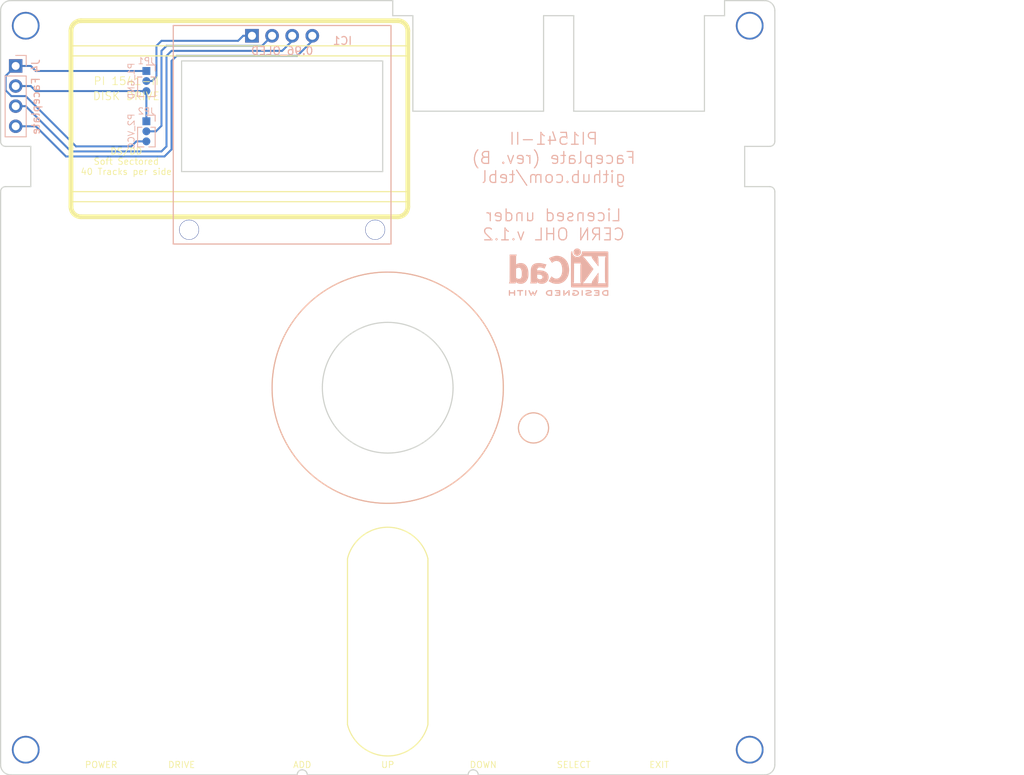
<source format=kicad_pcb>
(kicad_pcb (version 20171130) (host pcbnew "(5.1.8-0-10_14)")

  (general
    (thickness 1.6)
    (drawings 108)
    (tracks 47)
    (zones 0)
    (modules 9)
    (nets 7)
  )

  (page A4)
  (layers
    (0 F.Cu signal)
    (31 B.Cu signal)
    (32 B.Adhes user)
    (33 F.Adhes user)
    (34 B.Paste user)
    (35 F.Paste user)
    (36 B.SilkS user)
    (37 F.SilkS user)
    (38 B.Mask user)
    (39 F.Mask user)
    (40 Dwgs.User user)
    (41 Cmts.User user)
    (42 Eco1.User user)
    (43 Eco2.User user)
    (44 Edge.Cuts user)
    (45 Margin user)
    (46 B.CrtYd user)
    (47 F.CrtYd user)
    (48 B.Fab user)
    (49 F.Fab user)
  )

  (setup
    (last_trace_width 0.25)
    (user_trace_width 0.381)
    (trace_clearance 0.2)
    (zone_clearance 0.508)
    (zone_45_only no)
    (trace_min 0.2)
    (via_size 0.6)
    (via_drill 0.4)
    (via_min_size 0.4)
    (via_min_drill 0.3)
    (user_via 1 0.4)
    (uvia_size 0.3)
    (uvia_drill 0.1)
    (uvias_allowed no)
    (uvia_min_size 0.2)
    (uvia_min_drill 0.1)
    (edge_width 0.15)
    (segment_width 0.2)
    (pcb_text_width 0.3)
    (pcb_text_size 1.5 1.5)
    (mod_edge_width 0.15)
    (mod_text_size 1 1)
    (mod_text_width 0.15)
    (pad_size 1.524 1.524)
    (pad_drill 0.762)
    (pad_to_mask_clearance 0.2)
    (aux_axis_origin 0 0)
    (visible_elements 7FFFFFFF)
    (pcbplotparams
      (layerselection 0x011fc_ffffffff)
      (usegerberextensions true)
      (usegerberattributes false)
      (usegerberadvancedattributes false)
      (creategerberjobfile false)
      (excludeedgelayer true)
      (linewidth 0.100000)
      (plotframeref false)
      (viasonmask false)
      (mode 1)
      (useauxorigin false)
      (hpglpennumber 1)
      (hpglpenspeed 20)
      (hpglpendiameter 15.000000)
      (psnegative false)
      (psa4output false)
      (plotreference true)
      (plotvalue true)
      (plotinvisibletext false)
      (padsonsilk false)
      (subtractmaskfromsilk false)
      (outputformat 1)
      (mirror false)
      (drillshape 0)
      (scaleselection 1)
      (outputdirectory "export/"))
  )

  (net 0 "")
  (net 1 GND)
  (net 2 +3V3)
  (net 3 "Net-(IC1-Pad2)")
  (net 4 I2C_SCL)
  (net 5 I2C_SDA)
  (net 6 "Net-(IC1-Pad1)")

  (net_class Default "This is the default net class."
    (clearance 0.2)
    (trace_width 0.25)
    (via_dia 0.6)
    (via_drill 0.4)
    (uvia_dia 0.3)
    (uvia_drill 0.1)
    (add_net +3V3)
    (add_net GND)
    (add_net I2C_SCL)
    (add_net I2C_SDA)
    (add_net "Net-(IC1-Pad1)")
    (add_net "Net-(IC1-Pad2)")
  )

  (net_class Power ""
    (clearance 0.381)
    (trace_width 0.381)
    (via_dia 1)
    (via_drill 0.4)
    (uvia_dia 0.3)
    (uvia_drill 0.1)
  )

  (module i2c_oled:0.96_I2C_OLED2 locked (layer F.Cu) (tedit 5F84E99F) (tstamp 5F7620CA)
    (at 107.95 59.055)
    (descr "Through hole straight pin header, 1x04, 2.54mm pitch, single row")
    (tags "Through hole pin header THT 1x04 2.54mm single row")
    (path /5E3B718A)
    (fp_text reference IC1 (at 7.62 0.635) (layer B.SilkS)
      (effects (font (size 1 1) (thickness 0.15)) (justify mirror))
    )
    (fp_text value 0.96_OLED (at 0 1.905) (layer B.SilkS)
      (effects (font (size 1 1) (thickness 0.15)) (justify mirror))
    )
    (fp_line (start 7.4 22.5) (end 7.4 26.3) (layer Dwgs.User) (width 0.15))
    (fp_line (start -7.4 26.3) (end -7.4 22.5) (layer Dwgs.User) (width 0.15))
    (fp_line (start 13.75 26.3) (end 13.75 -1.3) (layer B.SilkS) (width 0.15))
    (fp_line (start -13.75 26.3) (end 13.75 26.3) (layer B.SilkS) (width 0.15))
    (fp_line (start -13.75 -1.3) (end -13.75 26.3) (layer B.SilkS) (width 0.15))
    (fp_line (start -13.75 -1.3) (end 13.75 -1.3) (layer B.SilkS) (width 0.15))
    (fp_line (start -13.5 22.5) (end 13.5 22.5) (layer Dwgs.User) (width 0.15))
    (fp_line (start 13.5 22.5) (end 13.5 2.7) (layer Dwgs.User) (width 0.15))
    (fp_line (start 13.5 2.7) (end -13.5 2.7) (layer Dwgs.User) (width 0.15))
    (fp_line (start -13.5 2.7) (end -13.5 22.5) (layer Dwgs.User) (width 0.15))
    (fp_text user %R (at 7.62 0.635 180) (layer F.Fab)
      (effects (font (size 1 1) (thickness 0.15)))
    )
    (pad 4 thru_hole circle (at 3.81 0) (size 1.7272 1.7272) (drill 1.016) (layers *.Cu *.Mask)
      (net 5 I2C_SDA))
    (pad 3 thru_hole circle (at 1.27 0) (size 1.7272 1.7272) (drill 1.016) (layers *.Cu *.Mask)
      (net 4 I2C_SCL))
    (pad 2 thru_hole circle (at -1.27 0) (size 1.7272 1.7272) (drill 1.016) (layers *.Cu *.Mask)
      (net 3 "Net-(IC1-Pad2)"))
    (pad 1 thru_hole rect (at -3.81 0) (size 1.7272 1.7272) (drill 1.016) (layers *.Cu *.Mask)
      (net 6 "Net-(IC1-Pad1)"))
    (pad "" np_thru_hole circle (at -11.75 24.5) (size 2.5 2.5) (drill 2.4) (layers *.Cu *.Mask))
    (pad "" np_thru_hole circle (at 11.75 24.5) (size 2.5 2.5) (drill 2.4) (layers *.Cu *.Mask))
  )

  (module mounting:M3 (layer F.Cu) (tedit 5F7625BA) (tstamp 5EE44CD3)
    (at 75.565 149.225)
    (descr "module 1 pin (ou trou mecanique de percage)")
    (tags DEV)
    (path /5E3B603D)
    (fp_text reference M1 (at 0 -3.048) (layer F.Fab) hide
      (effects (font (size 1 1) (thickness 0.15)))
    )
    (fp_text value Mounting (at 0 3) (layer F.Fab) hide
      (effects (font (size 1 1) (thickness 0.15)))
    )
    (fp_circle (center 0 0) (end 2 0.8) (layer F.Fab) (width 0.1))
    (fp_circle (center 0 0) (end 2.6 0) (layer F.CrtYd) (width 0.05))
    (pad "" np_thru_hole circle (at 0 0) (size 3.5 3.5) (drill 3.048) (layers *.Cu *.Mask)
      (solder_mask_margin 0.8))
  )

  (module mounting:M3 (layer F.Cu) (tedit 5F7625BA) (tstamp 5EE44CDB)
    (at 167.005 149.225)
    (descr "module 1 pin (ou trou mecanique de percage)")
    (tags DEV)
    (path /5E3B604F)
    (fp_text reference M2 (at 0 -3.048) (layer F.Fab) hide
      (effects (font (size 1 1) (thickness 0.15)))
    )
    (fp_text value Mounting (at 0 3) (layer F.Fab) hide
      (effects (font (size 1 1) (thickness 0.15)))
    )
    (fp_circle (center 0 0) (end 2 0.8) (layer F.Fab) (width 0.1))
    (fp_circle (center 0 0) (end 2.6 0) (layer F.CrtYd) (width 0.05))
    (pad "" np_thru_hole circle (at 0 0) (size 3.5 3.5) (drill 3.048) (layers *.Cu *.Mask)
      (solder_mask_margin 0.8))
  )

  (module mounting:M3 (layer F.Cu) (tedit 5F7625BA) (tstamp 5EE44CE3)
    (at 167.005 57.785)
    (descr "module 1 pin (ou trou mecanique de percage)")
    (tags DEV)
    (path /5E3B605A)
    (fp_text reference M3 (at 0 -3.048) (layer F.Fab) hide
      (effects (font (size 1 1) (thickness 0.15)))
    )
    (fp_text value Mounting (at 0 3) (layer F.Fab) hide
      (effects (font (size 1 1) (thickness 0.15)))
    )
    (fp_circle (center 0 0) (end 2 0.8) (layer F.Fab) (width 0.1))
    (fp_circle (center 0 0) (end 2.6 0) (layer F.CrtYd) (width 0.05))
    (pad "" np_thru_hole circle (at 0 0) (size 3.5 3.5) (drill 3.048) (layers *.Cu *.Mask)
      (solder_mask_margin 0.8))
  )

  (module mounting:M3 (layer F.Cu) (tedit 5F7625BA) (tstamp 5EE44CEB)
    (at 75.565 57.785)
    (descr "module 1 pin (ou trou mecanique de percage)")
    (tags DEV)
    (path /5E3B6065)
    (fp_text reference M4 (at 0 -3.048) (layer F.Fab) hide
      (effects (font (size 1 1) (thickness 0.15)))
    )
    (fp_text value Mounting (at 0 3) (layer F.Fab) hide
      (effects (font (size 1 1) (thickness 0.15)))
    )
    (fp_circle (center 0 0) (end 2 0.8) (layer F.Fab) (width 0.1))
    (fp_circle (center 0 0) (end 2.6 0) (layer F.CrtYd) (width 0.05))
    (pad "" np_thru_hole circle (at 0 0) (size 3.5 3.5) (drill 3.048) (layers *.Cu *.Mask)
      (solder_mask_margin 0.8))
  )

  (module Symbols:KiCad-Logo2_6mm_SilkScreen locked (layer B.Cu) (tedit 0) (tstamp 5EE53D9C)
    (at 142.875 88.9 180)
    (descr "KiCad Logo")
    (tags "Logo KiCad")
    (attr virtual)
    (fp_text reference REF*** (at 0 0) (layer B.SilkS) hide
      (effects (font (size 1 1) (thickness 0.15)) (justify mirror))
    )
    (fp_text value KiCad-Logo2_6mm_SilkScreen (at 0.75 0) (layer B.Fab) hide
      (effects (font (size 1 1) (thickness 0.15)) (justify mirror))
    )
    (fp_poly (pts (xy -6.121371 -2.269066) (xy -6.081889 -2.269467) (xy -5.9662 -2.272259) (xy -5.869311 -2.28055)
      (xy -5.787919 -2.295232) (xy -5.718723 -2.317193) (xy -5.65842 -2.347322) (xy -5.603708 -2.38651)
      (xy -5.584167 -2.403532) (xy -5.55175 -2.443363) (xy -5.52252 -2.497413) (xy -5.499991 -2.557323)
      (xy -5.487679 -2.614739) (xy -5.4864 -2.635956) (xy -5.494417 -2.694769) (xy -5.515899 -2.759013)
      (xy -5.546999 -2.819821) (xy -5.583866 -2.86833) (xy -5.589854 -2.874182) (xy -5.640579 -2.915321)
      (xy -5.696125 -2.947435) (xy -5.759696 -2.971365) (xy -5.834494 -2.987953) (xy -5.923722 -2.998041)
      (xy -6.030582 -3.002469) (xy -6.079528 -3.002845) (xy -6.141762 -3.002545) (xy -6.185528 -3.001292)
      (xy -6.214931 -2.998554) (xy -6.234079 -2.993801) (xy -6.247077 -2.986501) (xy -6.254045 -2.980267)
      (xy -6.260626 -2.972694) (xy -6.265788 -2.962924) (xy -6.269703 -2.94834) (xy -6.272543 -2.926326)
      (xy -6.27448 -2.894264) (xy -6.275684 -2.849536) (xy -6.276328 -2.789526) (xy -6.276583 -2.711617)
      (xy -6.276622 -2.635956) (xy -6.27687 -2.535041) (xy -6.276817 -2.454427) (xy -6.275857 -2.415822)
      (xy -6.129867 -2.415822) (xy -6.129867 -2.856089) (xy -6.036734 -2.856004) (xy -5.980693 -2.854396)
      (xy -5.921999 -2.850256) (xy -5.873028 -2.844464) (xy -5.871538 -2.844226) (xy -5.792392 -2.82509)
      (xy -5.731002 -2.795287) (xy -5.684305 -2.752878) (xy -5.654635 -2.706961) (xy -5.636353 -2.656026)
      (xy -5.637771 -2.6082) (xy -5.658988 -2.556933) (xy -5.700489 -2.503899) (xy -5.757998 -2.4646)
      (xy -5.83275 -2.438331) (xy -5.882708 -2.429035) (xy -5.939416 -2.422507) (xy -5.999519 -2.417782)
      (xy -6.050639 -2.415817) (xy -6.053667 -2.415808) (xy -6.129867 -2.415822) (xy -6.275857 -2.415822)
      (xy -6.27526 -2.391851) (xy -6.270998 -2.345055) (xy -6.26283 -2.311778) (xy -6.249556 -2.289759)
      (xy -6.229974 -2.276739) (xy -6.202883 -2.270457) (xy -6.167082 -2.268653) (xy -6.121371 -2.269066)) (layer B.SilkS) (width 0.01))
    (fp_poly (pts (xy -4.712794 -2.269146) (xy -4.643386 -2.269518) (xy -4.590997 -2.270385) (xy -4.552847 -2.271946)
      (xy -4.526159 -2.274403) (xy -4.508153 -2.277957) (xy -4.496049 -2.28281) (xy -4.487069 -2.289161)
      (xy -4.483818 -2.292084) (xy -4.464043 -2.323142) (xy -4.460482 -2.358828) (xy -4.473491 -2.39051)
      (xy -4.479506 -2.396913) (xy -4.489235 -2.403121) (xy -4.504901 -2.40791) (xy -4.529408 -2.411514)
      (xy -4.565661 -2.414164) (xy -4.616565 -2.416095) (xy -4.685026 -2.417539) (xy -4.747617 -2.418418)
      (xy -4.995334 -2.421467) (xy -4.998719 -2.486378) (xy -5.002105 -2.551289) (xy -4.833958 -2.551289)
      (xy -4.760959 -2.551919) (xy -4.707517 -2.554553) (xy -4.670628 -2.560309) (xy -4.647288 -2.570304)
      (xy -4.634494 -2.585656) (xy -4.629242 -2.607482) (xy -4.628445 -2.627738) (xy -4.630923 -2.652592)
      (xy -4.640277 -2.670906) (xy -4.659383 -2.683637) (xy -4.691118 -2.691741) (xy -4.738359 -2.696176)
      (xy -4.803983 -2.697899) (xy -4.839801 -2.698045) (xy -5.000978 -2.698045) (xy -5.000978 -2.856089)
      (xy -4.752622 -2.856089) (xy -4.671213 -2.856202) (xy -4.609342 -2.856712) (xy -4.563968 -2.85787)
      (xy -4.532054 -2.85993) (xy -4.510559 -2.863146) (xy -4.496443 -2.867772) (xy -4.486668 -2.874059)
      (xy -4.481689 -2.878667) (xy -4.46461 -2.90556) (xy -4.459111 -2.929467) (xy -4.466963 -2.958667)
      (xy -4.481689 -2.980267) (xy -4.489546 -2.987066) (xy -4.499688 -2.992346) (xy -4.514844 -2.996298)
      (xy -4.537741 -2.999113) (xy -4.571109 -3.000982) (xy -4.617675 -3.002098) (xy -4.680167 -3.002651)
      (xy -4.761314 -3.002833) (xy -4.803422 -3.002845) (xy -4.893598 -3.002765) (xy -4.963924 -3.002398)
      (xy -5.017129 -3.001552) (xy -5.05594 -3.000036) (xy -5.083087 -2.997659) (xy -5.101298 -2.994229)
      (xy -5.1133 -2.989554) (xy -5.121822 -2.983444) (xy -5.125156 -2.980267) (xy -5.131755 -2.97267)
      (xy -5.136927 -2.96287) (xy -5.140846 -2.948239) (xy -5.143684 -2.926152) (xy -5.145615 -2.893982)
      (xy -5.146812 -2.849103) (xy -5.147448 -2.788889) (xy -5.147697 -2.710713) (xy -5.147734 -2.637923)
      (xy -5.1477 -2.544707) (xy -5.147465 -2.471431) (xy -5.14683 -2.415458) (xy -5.145594 -2.374151)
      (xy -5.143556 -2.344872) (xy -5.140517 -2.324984) (xy -5.136277 -2.31185) (xy -5.130635 -2.302832)
      (xy -5.123391 -2.295293) (xy -5.121606 -2.293612) (xy -5.112945 -2.286172) (xy -5.102882 -2.280409)
      (xy -5.088625 -2.276112) (xy -5.067383 -2.273064) (xy -5.036364 -2.271051) (xy -4.992777 -2.26986)
      (xy -4.933831 -2.269275) (xy -4.856734 -2.269083) (xy -4.802001 -2.269067) (xy -4.712794 -2.269146)) (layer B.SilkS) (width 0.01))
    (fp_poly (pts (xy -3.691703 -2.270351) (xy -3.616888 -2.275581) (xy -3.547306 -2.28375) (xy -3.487002 -2.29455)
      (xy -3.44002 -2.307673) (xy -3.410406 -2.322813) (xy -3.40586 -2.327269) (xy -3.390054 -2.36185)
      (xy -3.394847 -2.397351) (xy -3.419364 -2.427725) (xy -3.420534 -2.428596) (xy -3.434954 -2.437954)
      (xy -3.450008 -2.442876) (xy -3.471005 -2.443473) (xy -3.503257 -2.439861) (xy -3.552073 -2.432154)
      (xy -3.556 -2.431505) (xy -3.628739 -2.422569) (xy -3.707217 -2.418161) (xy -3.785927 -2.418119)
      (xy -3.859361 -2.422279) (xy -3.922011 -2.430479) (xy -3.96837 -2.442557) (xy -3.971416 -2.443771)
      (xy -4.005048 -2.462615) (xy -4.016864 -2.481685) (xy -4.007614 -2.500439) (xy -3.978047 -2.518337)
      (xy -3.928911 -2.534837) (xy -3.860957 -2.549396) (xy -3.815645 -2.556406) (xy -3.721456 -2.569889)
      (xy -3.646544 -2.582214) (xy -3.587717 -2.594449) (xy -3.541785 -2.607661) (xy -3.505555 -2.622917)
      (xy -3.475838 -2.641285) (xy -3.449442 -2.663831) (xy -3.42823 -2.685971) (xy -3.403065 -2.716819)
      (xy -3.390681 -2.743345) (xy -3.386808 -2.776026) (xy -3.386667 -2.787995) (xy -3.389576 -2.827712)
      (xy -3.401202 -2.857259) (xy -3.421323 -2.883486) (xy -3.462216 -2.923576) (xy -3.507817 -2.954149)
      (xy -3.561513 -2.976203) (xy -3.626692 -2.990735) (xy -3.706744 -2.998741) (xy -3.805057 -3.001218)
      (xy -3.821289 -3.001177) (xy -3.886849 -2.999818) (xy -3.951866 -2.99673) (xy -4.009252 -2.992356)
      (xy -4.051922 -2.98714) (xy -4.055372 -2.986541) (xy -4.097796 -2.976491) (xy -4.13378 -2.963796)
      (xy -4.15415 -2.95219) (xy -4.173107 -2.921572) (xy -4.174427 -2.885918) (xy -4.158085 -2.854144)
      (xy -4.154429 -2.850551) (xy -4.139315 -2.839876) (xy -4.120415 -2.835276) (xy -4.091162 -2.836059)
      (xy -4.055651 -2.840127) (xy -4.01597 -2.843762) (xy -3.960345 -2.846828) (xy -3.895406 -2.849053)
      (xy -3.827785 -2.850164) (xy -3.81 -2.850237) (xy -3.742128 -2.849964) (xy -3.692454 -2.848646)
      (xy -3.65661 -2.845827) (xy -3.630224 -2.84105) (xy -3.608926 -2.833857) (xy -3.596126 -2.827867)
      (xy -3.568 -2.811233) (xy -3.550068 -2.796168) (xy -3.547447 -2.791897) (xy -3.552976 -2.774263)
      (xy -3.57926 -2.757192) (xy -3.624478 -2.741458) (xy -3.686808 -2.727838) (xy -3.705171 -2.724804)
      (xy -3.80109 -2.709738) (xy -3.877641 -2.697146) (xy -3.93778 -2.686111) (xy -3.98446 -2.67572)
      (xy -4.020637 -2.665056) (xy -4.049265 -2.653205) (xy -4.073298 -2.639251) (xy -4.095692 -2.622281)
      (xy -4.119402 -2.601378) (xy -4.12738 -2.594049) (xy -4.155353 -2.566699) (xy -4.17016 -2.545029)
      (xy -4.175952 -2.520232) (xy -4.176889 -2.488983) (xy -4.166575 -2.427705) (xy -4.135752 -2.37564)
      (xy -4.084595 -2.332958) (xy -4.013283 -2.299825) (xy -3.9624 -2.284964) (xy -3.9071 -2.275366)
      (xy -3.840853 -2.269936) (xy -3.767706 -2.268367) (xy -3.691703 -2.270351)) (layer B.SilkS) (width 0.01))
    (fp_poly (pts (xy -2.923822 -2.291645) (xy -2.917242 -2.299218) (xy -2.912079 -2.308987) (xy -2.908164 -2.323571)
      (xy -2.905324 -2.345585) (xy -2.903387 -2.377648) (xy -2.902183 -2.422375) (xy -2.901539 -2.482385)
      (xy -2.901284 -2.560294) (xy -2.901245 -2.635956) (xy -2.901314 -2.729802) (xy -2.901638 -2.803689)
      (xy -2.902386 -2.860232) (xy -2.903732 -2.902049) (xy -2.905846 -2.931757) (xy -2.9089 -2.951973)
      (xy -2.913066 -2.965314) (xy -2.918516 -2.974398) (xy -2.923822 -2.980267) (xy -2.956826 -2.999947)
      (xy -2.991991 -2.998181) (xy -3.023455 -2.976717) (xy -3.030684 -2.968337) (xy -3.036334 -2.958614)
      (xy -3.040599 -2.944861) (xy -3.043673 -2.924389) (xy -3.045752 -2.894512) (xy -3.04703 -2.852541)
      (xy -3.047701 -2.795789) (xy -3.047959 -2.721567) (xy -3.048 -2.637537) (xy -3.048 -2.324485)
      (xy -3.020291 -2.296776) (xy -2.986137 -2.273463) (xy -2.953006 -2.272623) (xy -2.923822 -2.291645)) (layer B.SilkS) (width 0.01))
    (fp_poly (pts (xy -1.950081 -2.274599) (xy -1.881565 -2.286095) (xy -1.828943 -2.303967) (xy -1.794708 -2.327499)
      (xy -1.785379 -2.340924) (xy -1.775893 -2.372148) (xy -1.782277 -2.400395) (xy -1.80243 -2.427182)
      (xy -1.833745 -2.439713) (xy -1.879183 -2.438696) (xy -1.914326 -2.431906) (xy -1.992419 -2.418971)
      (xy -2.072226 -2.417742) (xy -2.161555 -2.428241) (xy -2.186229 -2.43269) (xy -2.269291 -2.456108)
      (xy -2.334273 -2.490945) (xy -2.380461 -2.536604) (xy -2.407145 -2.592494) (xy -2.412663 -2.621388)
      (xy -2.409051 -2.680012) (xy -2.385729 -2.731879) (xy -2.344824 -2.775978) (xy -2.288459 -2.811299)
      (xy -2.21876 -2.836829) (xy -2.137852 -2.851559) (xy -2.04786 -2.854478) (xy -1.95091 -2.844575)
      (xy -1.945436 -2.843641) (xy -1.906875 -2.836459) (xy -1.885494 -2.829521) (xy -1.876227 -2.819227)
      (xy -1.874006 -2.801976) (xy -1.873956 -2.792841) (xy -1.873956 -2.754489) (xy -1.942431 -2.754489)
      (xy -2.0029 -2.750347) (xy -2.044165 -2.737147) (xy -2.068175 -2.71373) (xy -2.076877 -2.678936)
      (xy -2.076983 -2.674394) (xy -2.071892 -2.644654) (xy -2.054433 -2.623419) (xy -2.021939 -2.609366)
      (xy -1.971743 -2.601173) (xy -1.923123 -2.598161) (xy -1.852456 -2.596433) (xy -1.801198 -2.59907)
      (xy -1.766239 -2.6088) (xy -1.74447 -2.628353) (xy -1.73278 -2.660456) (xy -1.72806 -2.707838)
      (xy -1.7272 -2.770071) (xy -1.728609 -2.839535) (xy -1.732848 -2.886786) (xy -1.739936 -2.912012)
      (xy -1.741311 -2.913988) (xy -1.780228 -2.945508) (xy -1.837286 -2.97047) (xy -1.908869 -2.98834)
      (xy -1.991358 -2.998586) (xy -2.081139 -3.000673) (xy -2.174592 -2.994068) (xy -2.229556 -2.985956)
      (xy -2.315766 -2.961554) (xy -2.395892 -2.921662) (xy -2.462977 -2.869887) (xy -2.473173 -2.859539)
      (xy -2.506302 -2.816035) (xy -2.536194 -2.762118) (xy -2.559357 -2.705592) (xy -2.572298 -2.654259)
      (xy -2.573858 -2.634544) (xy -2.567218 -2.593419) (xy -2.549568 -2.542252) (xy -2.524297 -2.488394)
      (xy -2.494789 -2.439195) (xy -2.468719 -2.406334) (xy -2.407765 -2.357452) (xy -2.328969 -2.318545)
      (xy -2.235157 -2.290494) (xy -2.12915 -2.274179) (xy -2.032 -2.270192) (xy -1.950081 -2.274599)) (layer B.SilkS) (width 0.01))
    (fp_poly (pts (xy -1.300114 -2.273448) (xy -1.276548 -2.287273) (xy -1.245735 -2.309881) (xy -1.206078 -2.342338)
      (xy -1.15598 -2.385708) (xy -1.093843 -2.441058) (xy -1.018072 -2.509451) (xy -0.931334 -2.588084)
      (xy -0.750711 -2.751878) (xy -0.745067 -2.532029) (xy -0.743029 -2.456351) (xy -0.741063 -2.399994)
      (xy -0.738734 -2.359706) (xy -0.735606 -2.332235) (xy -0.731245 -2.314329) (xy -0.725216 -2.302737)
      (xy -0.717084 -2.294208) (xy -0.712772 -2.290623) (xy -0.678241 -2.27167) (xy -0.645383 -2.274441)
      (xy -0.619318 -2.290633) (xy -0.592667 -2.312199) (xy -0.589352 -2.627151) (xy -0.588435 -2.719779)
      (xy -0.587968 -2.792544) (xy -0.588113 -2.848161) (xy -0.589032 -2.889342) (xy -0.590887 -2.918803)
      (xy -0.593839 -2.939255) (xy -0.59805 -2.953413) (xy -0.603682 -2.963991) (xy -0.609927 -2.972474)
      (xy -0.623439 -2.988207) (xy -0.636883 -2.998636) (xy -0.652124 -3.002639) (xy -0.671026 -2.999094)
      (xy -0.695455 -2.986879) (xy -0.727273 -2.964871) (xy -0.768348 -2.931949) (xy -0.820542 -2.886991)
      (xy -0.885722 -2.828875) (xy -0.959556 -2.762099) (xy -1.224845 -2.521458) (xy -1.230489 -2.740589)
      (xy -1.232531 -2.816128) (xy -1.234502 -2.872354) (xy -1.236839 -2.912524) (xy -1.239981 -2.939896)
      (xy -1.244364 -2.957728) (xy -1.250424 -2.969279) (xy -1.2586 -2.977807) (xy -1.262784 -2.981282)
      (xy -1.299765 -3.000372) (xy -1.334708 -2.997493) (xy -1.365136 -2.9731) (xy -1.372097 -2.963286)
      (xy -1.377523 -2.951826) (xy -1.381603 -2.935968) (xy -1.384529 -2.912963) (xy -1.386492 -2.880062)
      (xy -1.387683 -2.834516) (xy -1.388292 -2.773573) (xy -1.388511 -2.694486) (xy -1.388534 -2.635956)
      (xy -1.38846 -2.544407) (xy -1.388113 -2.472687) (xy -1.387301 -2.418045) (xy -1.385833 -2.377732)
      (xy -1.383519 -2.348998) (xy -1.380167 -2.329093) (xy -1.375588 -2.315268) (xy -1.369589 -2.304772)
      (xy -1.365136 -2.298811) (xy -1.35385 -2.284691) (xy -1.343301 -2.274029) (xy -1.331893 -2.267892)
      (xy -1.31803 -2.267343) (xy -1.300114 -2.273448)) (layer B.SilkS) (width 0.01))
    (fp_poly (pts (xy 0.230343 -2.26926) (xy 0.306701 -2.270174) (xy 0.365217 -2.272311) (xy 0.408255 -2.276175)
      (xy 0.438183 -2.282267) (xy 0.457368 -2.29109) (xy 0.468176 -2.303146) (xy 0.472973 -2.318939)
      (xy 0.474127 -2.33897) (xy 0.474133 -2.341335) (xy 0.473131 -2.363992) (xy 0.468396 -2.381503)
      (xy 0.457333 -2.394574) (xy 0.437348 -2.403913) (xy 0.405846 -2.410227) (xy 0.360232 -2.414222)
      (xy 0.297913 -2.416606) (xy 0.216293 -2.418086) (xy 0.191277 -2.418414) (xy -0.0508 -2.421467)
      (xy -0.054186 -2.486378) (xy -0.057571 -2.551289) (xy 0.110576 -2.551289) (xy 0.176266 -2.551531)
      (xy 0.223172 -2.552556) (xy 0.255083 -2.554811) (xy 0.275791 -2.558742) (xy 0.289084 -2.564798)
      (xy 0.298755 -2.573424) (xy 0.298817 -2.573493) (xy 0.316356 -2.607112) (xy 0.315722 -2.643448)
      (xy 0.297314 -2.674423) (xy 0.293671 -2.677607) (xy 0.280741 -2.685812) (xy 0.263024 -2.691521)
      (xy 0.23657 -2.695162) (xy 0.197432 -2.697167) (xy 0.141662 -2.697964) (xy 0.105994 -2.698045)
      (xy -0.056445 -2.698045) (xy -0.056445 -2.856089) (xy 0.190161 -2.856089) (xy 0.27158 -2.856231)
      (xy 0.33341 -2.856814) (xy 0.378637 -2.858068) (xy 0.410248 -2.860227) (xy 0.431231 -2.863523)
      (xy 0.444573 -2.868189) (xy 0.453261 -2.874457) (xy 0.45545 -2.876733) (xy 0.471614 -2.90828)
      (xy 0.472797 -2.944168) (xy 0.459536 -2.975285) (xy 0.449043 -2.985271) (xy 0.438129 -2.990769)
      (xy 0.421217 -2.995022) (xy 0.395633 -2.99818) (xy 0.358701 -3.000392) (xy 0.307746 -3.001806)
      (xy 0.240094 -3.002572) (xy 0.153069 -3.002838) (xy 0.133394 -3.002845) (xy 0.044911 -3.002787)
      (xy -0.023773 -3.002467) (xy -0.075436 -3.001667) (xy -0.112855 -3.000167) (xy -0.13881 -2.997749)
      (xy -0.156078 -2.994194) (xy -0.167438 -2.989282) (xy -0.175668 -2.982795) (xy -0.180183 -2.978138)
      (xy -0.186979 -2.969889) (xy -0.192288 -2.959669) (xy -0.196294 -2.9448) (xy -0.199179 -2.922602)
      (xy -0.201126 -2.890393) (xy -0.202319 -2.845496) (xy -0.202939 -2.785228) (xy -0.203171 -2.706911)
      (xy -0.2032 -2.640994) (xy -0.203129 -2.548628) (xy -0.202792 -2.476117) (xy -0.202002 -2.420737)
      (xy -0.200574 -2.379765) (xy -0.198321 -2.350478) (xy -0.195057 -2.330153) (xy -0.190596 -2.316066)
      (xy -0.184752 -2.305495) (xy -0.179803 -2.298811) (xy -0.156406 -2.269067) (xy 0.133774 -2.269067)
      (xy 0.230343 -2.26926)) (layer B.SilkS) (width 0.01))
    (fp_poly (pts (xy 1.018309 -2.269275) (xy 1.147288 -2.273636) (xy 1.256991 -2.286861) (xy 1.349226 -2.309741)
      (xy 1.425802 -2.34307) (xy 1.488527 -2.387638) (xy 1.539212 -2.444236) (xy 1.579663 -2.513658)
      (xy 1.580459 -2.515351) (xy 1.604601 -2.577483) (xy 1.613203 -2.632509) (xy 1.606231 -2.687887)
      (xy 1.583654 -2.751073) (xy 1.579372 -2.760689) (xy 1.550172 -2.816966) (xy 1.517356 -2.860451)
      (xy 1.475002 -2.897417) (xy 1.41719 -2.934135) (xy 1.413831 -2.936052) (xy 1.363504 -2.960227)
      (xy 1.306621 -2.978282) (xy 1.239527 -2.990839) (xy 1.158565 -2.998522) (xy 1.060082 -3.001953)
      (xy 1.025286 -3.002251) (xy 0.859594 -3.002845) (xy 0.836197 -2.9731) (xy 0.829257 -2.963319)
      (xy 0.823842 -2.951897) (xy 0.819765 -2.936095) (xy 0.816837 -2.913175) (xy 0.814867 -2.880396)
      (xy 0.814225 -2.856089) (xy 0.970844 -2.856089) (xy 1.064726 -2.856089) (xy 1.119664 -2.854483)
      (xy 1.17606 -2.850255) (xy 1.222345 -2.844292) (xy 1.225139 -2.84379) (xy 1.307348 -2.821736)
      (xy 1.371114 -2.7886) (xy 1.418452 -2.742847) (xy 1.451382 -2.682939) (xy 1.457108 -2.667061)
      (xy 1.462721 -2.642333) (xy 1.460291 -2.617902) (xy 1.448467 -2.5854) (xy 1.44134 -2.569434)
      (xy 1.418 -2.527006) (xy 1.38988 -2.49724) (xy 1.35894 -2.476511) (xy 1.296966 -2.449537)
      (xy 1.217651 -2.429998) (xy 1.125253 -2.418746) (xy 1.058333 -2.41627) (xy 0.970844 -2.415822)
      (xy 0.970844 -2.856089) (xy 0.814225 -2.856089) (xy 0.813668 -2.835021) (xy 0.81305 -2.774311)
      (xy 0.812825 -2.695526) (xy 0.8128 -2.63392) (xy 0.8128 -2.324485) (xy 0.840509 -2.296776)
      (xy 0.852806 -2.285544) (xy 0.866103 -2.277853) (xy 0.884672 -2.27304) (xy 0.912786 -2.270446)
      (xy 0.954717 -2.26941) (xy 1.014737 -2.26927) (xy 1.018309 -2.269275)) (layer B.SilkS) (width 0.01))
    (fp_poly (pts (xy 3.744665 -2.271034) (xy 3.764255 -2.278035) (xy 3.76501 -2.278377) (xy 3.791613 -2.298678)
      (xy 3.80627 -2.319561) (xy 3.809138 -2.329352) (xy 3.808996 -2.342361) (xy 3.804961 -2.360895)
      (xy 3.796146 -2.387257) (xy 3.781669 -2.423752) (xy 3.760645 -2.472687) (xy 3.732188 -2.536365)
      (xy 3.695415 -2.617093) (xy 3.675175 -2.661216) (xy 3.638625 -2.739985) (xy 3.604315 -2.812423)
      (xy 3.573552 -2.87588) (xy 3.547648 -2.927708) (xy 3.52791 -2.965259) (xy 3.51565 -2.985884)
      (xy 3.513224 -2.988733) (xy 3.482183 -3.001302) (xy 3.447121 -2.999619) (xy 3.419 -2.984332)
      (xy 3.417854 -2.983089) (xy 3.406668 -2.966154) (xy 3.387904 -2.93317) (xy 3.363875 -2.88838)
      (xy 3.336897 -2.836032) (xy 3.327201 -2.816742) (xy 3.254014 -2.67015) (xy 3.17424 -2.829393)
      (xy 3.145767 -2.884415) (xy 3.11935 -2.932132) (xy 3.097148 -2.968893) (xy 3.081319 -2.991044)
      (xy 3.075954 -2.995741) (xy 3.034257 -3.002102) (xy 2.999849 -2.988733) (xy 2.989728 -2.974446)
      (xy 2.972214 -2.942692) (xy 2.948735 -2.896597) (xy 2.92072 -2.839285) (xy 2.889599 -2.77388)
      (xy 2.856799 -2.703507) (xy 2.82375 -2.631291) (xy 2.791881 -2.560355) (xy 2.762619 -2.493825)
      (xy 2.737395 -2.434826) (xy 2.717636 -2.386481) (xy 2.704772 -2.351915) (xy 2.700231 -2.334253)
      (xy 2.700277 -2.333613) (xy 2.711326 -2.311388) (xy 2.73341 -2.288753) (xy 2.73471 -2.287768)
      (xy 2.761853 -2.272425) (xy 2.786958 -2.272574) (xy 2.796368 -2.275466) (xy 2.807834 -2.281718)
      (xy 2.82001 -2.294014) (xy 2.834357 -2.314908) (xy 2.852336 -2.346949) (xy 2.875407 -2.392688)
      (xy 2.90503 -2.454677) (xy 2.931745 -2.511898) (xy 2.96248 -2.578226) (xy 2.990021 -2.637874)
      (xy 3.012938 -2.687725) (xy 3.029798 -2.724664) (xy 3.039173 -2.745573) (xy 3.04054 -2.748845)
      (xy 3.046689 -2.743497) (xy 3.060822 -2.721109) (xy 3.081057 -2.684946) (xy 3.105515 -2.638277)
      (xy 3.115248 -2.619022) (xy 3.148217 -2.554004) (xy 3.173643 -2.506654) (xy 3.193612 -2.474219)
      (xy 3.21021 -2.453946) (xy 3.225524 -2.443082) (xy 3.24164 -2.438875) (xy 3.252143 -2.4384)
      (xy 3.27067 -2.440042) (xy 3.286904 -2.446831) (xy 3.303035 -2.461566) (xy 3.321251 -2.487044)
      (xy 3.343739 -2.526061) (xy 3.372689 -2.581414) (xy 3.388662 -2.612903) (xy 3.41457 -2.663087)
      (xy 3.437167 -2.704704) (xy 3.454458 -2.734242) (xy 3.46445 -2.748189) (xy 3.465809 -2.74877)
      (xy 3.472261 -2.737793) (xy 3.486708 -2.70929) (xy 3.507703 -2.666244) (xy 3.533797 -2.611638)
      (xy 3.563546 -2.548454) (xy 3.57818 -2.517071) (xy 3.61625 -2.436078) (xy 3.646905 -2.373756)
      (xy 3.671737 -2.328071) (xy 3.692337 -2.296989) (xy 3.710298 -2.278478) (xy 3.72721 -2.270504)
      (xy 3.744665 -2.271034)) (layer B.SilkS) (width 0.01))
    (fp_poly (pts (xy 4.188614 -2.275877) (xy 4.212327 -2.290647) (xy 4.238978 -2.312227) (xy 4.238978 -2.633773)
      (xy 4.238893 -2.72783) (xy 4.238529 -2.801932) (xy 4.237724 -2.858704) (xy 4.236313 -2.900768)
      (xy 4.234133 -2.930748) (xy 4.231021 -2.951267) (xy 4.226814 -2.964949) (xy 4.221348 -2.974416)
      (xy 4.217472 -2.979082) (xy 4.186034 -2.999575) (xy 4.150233 -2.998739) (xy 4.118873 -2.981264)
      (xy 4.092222 -2.959684) (xy 4.092222 -2.312227) (xy 4.118873 -2.290647) (xy 4.144594 -2.274949)
      (xy 4.1656 -2.269067) (xy 4.188614 -2.275877)) (layer B.SilkS) (width 0.01))
    (fp_poly (pts (xy 4.963065 -2.269163) (xy 5.041772 -2.269542) (xy 5.102863 -2.270333) (xy 5.148817 -2.27167)
      (xy 5.182114 -2.273683) (xy 5.205236 -2.276506) (xy 5.220662 -2.280269) (xy 5.230871 -2.285105)
      (xy 5.235813 -2.288822) (xy 5.261457 -2.321358) (xy 5.264559 -2.355138) (xy 5.248711 -2.385826)
      (xy 5.238348 -2.398089) (xy 5.227196 -2.40645) (xy 5.211035 -2.411657) (xy 5.185642 -2.414457)
      (xy 5.146798 -2.415596) (xy 5.09028 -2.415821) (xy 5.07918 -2.415822) (xy 4.933244 -2.415822)
      (xy 4.933244 -2.686756) (xy 4.933148 -2.772154) (xy 4.932711 -2.837864) (xy 4.931712 -2.886774)
      (xy 4.929928 -2.921773) (xy 4.927137 -2.945749) (xy 4.923117 -2.961593) (xy 4.917645 -2.972191)
      (xy 4.910666 -2.980267) (xy 4.877734 -3.000112) (xy 4.843354 -2.998548) (xy 4.812176 -2.975906)
      (xy 4.809886 -2.9731) (xy 4.802429 -2.962492) (xy 4.796747 -2.950081) (xy 4.792601 -2.93285)
      (xy 4.78975 -2.907784) (xy 4.787954 -2.871867) (xy 4.786972 -2.822083) (xy 4.786564 -2.755417)
      (xy 4.786489 -2.679589) (xy 4.786489 -2.415822) (xy 4.647127 -2.415822) (xy 4.587322 -2.415418)
      (xy 4.545918 -2.41384) (xy 4.518748 -2.410547) (xy 4.501646 -2.404992) (xy 4.490443 -2.396631)
      (xy 4.489083 -2.395178) (xy 4.472725 -2.361939) (xy 4.474172 -2.324362) (xy 4.492978 -2.291645)
      (xy 4.50025 -2.285298) (xy 4.509627 -2.280266) (xy 4.523609 -2.276396) (xy 4.544696 -2.273537)
      (xy 4.575389 -2.271535) (xy 4.618189 -2.270239) (xy 4.675595 -2.269498) (xy 4.75011 -2.269158)
      (xy 4.844233 -2.269068) (xy 4.86426 -2.269067) (xy 4.963065 -2.269163)) (layer B.SilkS) (width 0.01))
    (fp_poly (pts (xy 6.228823 -2.274533) (xy 6.260202 -2.296776) (xy 6.287911 -2.324485) (xy 6.287911 -2.63392)
      (xy 6.287838 -2.725799) (xy 6.287495 -2.79784) (xy 6.286692 -2.85278) (xy 6.285241 -2.89336)
      (xy 6.282952 -2.922317) (xy 6.279636 -2.942391) (xy 6.275105 -2.956321) (xy 6.269169 -2.966845)
      (xy 6.264514 -2.9731) (xy 6.233783 -2.997673) (xy 6.198496 -3.000341) (xy 6.166245 -2.985271)
      (xy 6.155588 -2.976374) (xy 6.148464 -2.964557) (xy 6.144167 -2.945526) (xy 6.141991 -2.914992)
      (xy 6.141228 -2.868662) (xy 6.141155 -2.832871) (xy 6.141155 -2.698045) (xy 5.644444 -2.698045)
      (xy 5.644444 -2.8207) (xy 5.643931 -2.876787) (xy 5.641876 -2.915333) (xy 5.637508 -2.941361)
      (xy 5.630056 -2.959897) (xy 5.621047 -2.9731) (xy 5.590144 -2.997604) (xy 5.555196 -3.000506)
      (xy 5.521738 -2.983089) (xy 5.512604 -2.973959) (xy 5.506152 -2.961855) (xy 5.501897 -2.943001)
      (xy 5.499352 -2.91362) (xy 5.498029 -2.869937) (xy 5.497443 -2.808175) (xy 5.497375 -2.794)
      (xy 5.496891 -2.677631) (xy 5.496641 -2.581727) (xy 5.496723 -2.504177) (xy 5.497231 -2.442869)
      (xy 5.498262 -2.39569) (xy 5.499913 -2.36053) (xy 5.502279 -2.335276) (xy 5.505457 -2.317817)
      (xy 5.509544 -2.306041) (xy 5.514634 -2.297835) (xy 5.520266 -2.291645) (xy 5.552128 -2.271844)
      (xy 5.585357 -2.274533) (xy 5.616735 -2.296776) (xy 5.629433 -2.311126) (xy 5.637526 -2.326978)
      (xy 5.642042 -2.349554) (xy 5.644006 -2.384078) (xy 5.644444 -2.435776) (xy 5.644444 -2.551289)
      (xy 6.141155 -2.551289) (xy 6.141155 -2.432756) (xy 6.141662 -2.378148) (xy 6.143698 -2.341275)
      (xy 6.148035 -2.317307) (xy 6.155447 -2.301415) (xy 6.163733 -2.291645) (xy 6.195594 -2.271844)
      (xy 6.228823 -2.274533)) (layer B.SilkS) (width 0.01))
    (fp_poly (pts (xy -2.9464 2.510946) (xy -2.935535 2.397007) (xy -2.903918 2.289384) (xy -2.853015 2.190385)
      (xy -2.784293 2.102316) (xy -2.699219 2.027484) (xy -2.602232 1.969616) (xy -2.495964 1.929995)
      (xy -2.38895 1.911427) (xy -2.2833 1.912566) (xy -2.181125 1.93207) (xy -2.084534 1.968594)
      (xy -1.995638 2.020795) (xy -1.916546 2.087327) (xy -1.849369 2.166848) (xy -1.796217 2.258013)
      (xy -1.759199 2.359477) (xy -1.740427 2.469898) (xy -1.738489 2.519794) (xy -1.738489 2.607733)
      (xy -1.68656 2.607733) (xy -1.650253 2.604889) (xy -1.623355 2.593089) (xy -1.596249 2.569351)
      (xy -1.557867 2.530969) (xy -1.557867 0.339398) (xy -1.557876 0.077261) (xy -1.557908 -0.163241)
      (xy -1.557972 -0.383048) (xy -1.558076 -0.583101) (xy -1.558227 -0.764344) (xy -1.558434 -0.927716)
      (xy -1.558706 -1.07416) (xy -1.55905 -1.204617) (xy -1.559474 -1.320029) (xy -1.559987 -1.421338)
      (xy -1.560597 -1.509484) (xy -1.561312 -1.58541) (xy -1.56214 -1.650057) (xy -1.563089 -1.704367)
      (xy -1.564167 -1.74928) (xy -1.565383 -1.78574) (xy -1.566745 -1.814687) (xy -1.568261 -1.837063)
      (xy -1.569938 -1.853809) (xy -1.571786 -1.865868) (xy -1.573813 -1.87418) (xy -1.576025 -1.879687)
      (xy -1.577108 -1.881537) (xy -1.581271 -1.888549) (xy -1.584805 -1.894996) (xy -1.588635 -1.9009)
      (xy -1.593682 -1.906286) (xy -1.600871 -1.911178) (xy -1.611123 -1.915598) (xy -1.625364 -1.919572)
      (xy -1.644514 -1.923121) (xy -1.669499 -1.92627) (xy -1.70124 -1.929042) (xy -1.740662 -1.931461)
      (xy -1.788686 -1.933551) (xy -1.846237 -1.935335) (xy -1.914237 -1.936837) (xy -1.99361 -1.93808)
      (xy -2.085279 -1.939089) (xy -2.190166 -1.939885) (xy -2.309196 -1.940494) (xy -2.44329 -1.940939)
      (xy -2.593373 -1.941243) (xy -2.760367 -1.94143) (xy -2.945196 -1.941524) (xy -3.148783 -1.941548)
      (xy -3.37205 -1.941525) (xy -3.615922 -1.94148) (xy -3.881321 -1.941437) (xy -3.919704 -1.941432)
      (xy -4.186682 -1.941389) (xy -4.432002 -1.941318) (xy -4.656583 -1.941213) (xy -4.861345 -1.941066)
      (xy -5.047206 -1.940869) (xy -5.215088 -1.940616) (xy -5.365908 -1.9403) (xy -5.500587 -1.939913)
      (xy -5.620044 -1.939447) (xy -5.725199 -1.938897) (xy -5.816971 -1.938253) (xy -5.896279 -1.937511)
      (xy -5.964043 -1.936661) (xy -6.021182 -1.935697) (xy -6.068617 -1.934611) (xy -6.107266 -1.933397)
      (xy -6.138049 -1.932047) (xy -6.161885 -1.930555) (xy -6.179694 -1.928911) (xy -6.192395 -1.927111)
      (xy -6.200908 -1.925145) (xy -6.205266 -1.923477) (xy -6.213728 -1.919906) (xy -6.221497 -1.91727)
      (xy -6.228602 -1.914634) (xy -6.235073 -1.911062) (xy -6.240939 -1.905621) (xy -6.246229 -1.897375)
      (xy -6.250974 -1.88539) (xy -6.255202 -1.868731) (xy -6.258943 -1.846463) (xy -6.262227 -1.817652)
      (xy -6.265083 -1.781363) (xy -6.26754 -1.736661) (xy -6.269629 -1.682611) (xy -6.271378 -1.618279)
      (xy -6.272817 -1.54273) (xy -6.273976 -1.45503) (xy -6.274883 -1.354243) (xy -6.275569 -1.239434)
      (xy -6.276063 -1.10967) (xy -6.276395 -0.964015) (xy -6.276593 -0.801535) (xy -6.276687 -0.621295)
      (xy -6.276708 -0.42236) (xy -6.276685 -0.203796) (xy -6.276646 0.035332) (xy -6.276622 0.29596)
      (xy -6.276622 0.338111) (xy -6.276636 0.601008) (xy -6.276661 0.842268) (xy -6.276671 1.062835)
      (xy -6.276642 1.263648) (xy -6.276548 1.445651) (xy -6.276362 1.609784) (xy -6.276059 1.756989)
      (xy -6.275614 1.888208) (xy -6.275034 1.998133) (xy -5.972197 1.998133) (xy -5.932407 1.940289)
      (xy -5.921236 1.924521) (xy -5.911166 1.910559) (xy -5.902138 1.897216) (xy -5.894097 1.883307)
      (xy -5.886986 1.867644) (xy -5.880747 1.849042) (xy -5.875325 1.826314) (xy -5.870662 1.798273)
      (xy -5.866701 1.763733) (xy -5.863385 1.721508) (xy -5.860659 1.670411) (xy -5.858464 1.609256)
      (xy -5.856745 1.536856) (xy -5.855444 1.452025) (xy -5.854505 1.353578) (xy -5.85387 1.240326)
      (xy -5.853484 1.111084) (xy -5.853288 0.964666) (xy -5.853227 0.799884) (xy -5.853243 0.615553)
      (xy -5.85328 0.410487) (xy -5.853289 0.287867) (xy -5.853265 0.070918) (xy -5.853231 -0.124642)
      (xy -5.853243 -0.299999) (xy -5.853358 -0.456341) (xy -5.85363 -0.594857) (xy -5.854118 -0.716734)
      (xy -5.854876 -0.82316) (xy -5.855962 -0.915322) (xy -5.857431 -0.994409) (xy -5.85934 -1.061608)
      (xy -5.861744 -1.118107) (xy -5.864701 -1.165093) (xy -5.868266 -1.203755) (xy -5.872495 -1.23528)
      (xy -5.877446 -1.260855) (xy -5.883173 -1.28167) (xy -5.889733 -1.298911) (xy -5.897183 -1.313765)
      (xy -5.905579 -1.327422) (xy -5.914976 -1.341069) (xy -5.925432 -1.355893) (xy -5.931523 -1.364783)
      (xy -5.970296 -1.4224) (xy -5.438732 -1.4224) (xy -5.315483 -1.422365) (xy -5.212987 -1.422215)
      (xy -5.12942 -1.421878) (xy -5.062956 -1.421286) (xy -5.011771 -1.420367) (xy -4.974041 -1.419051)
      (xy -4.94794 -1.417269) (xy -4.931644 -1.414951) (xy -4.923328 -1.412026) (xy -4.921168 -1.408424)
      (xy -4.923339 -1.404075) (xy -4.924535 -1.402645) (xy -4.949685 -1.365573) (xy -4.975583 -1.312772)
      (xy -4.999192 -1.25077) (xy -5.007461 -1.224357) (xy -5.012078 -1.206416) (xy -5.015979 -1.185355)
      (xy -5.019248 -1.159089) (xy -5.021966 -1.125532) (xy -5.024215 -1.082599) (xy -5.026077 -1.028204)
      (xy -5.027636 -0.960262) (xy -5.028972 -0.876688) (xy -5.030169 -0.775395) (xy -5.031308 -0.6543)
      (xy -5.031685 -0.6096) (xy -5.032702 -0.484449) (xy -5.03346 -0.380082) (xy -5.033903 -0.294707)
      (xy -5.03397 -0.226533) (xy -5.033605 -0.173765) (xy -5.032748 -0.134614) (xy -5.031341 -0.107285)
      (xy -5.029325 -0.089986) (xy -5.026643 -0.080926) (xy -5.023236 -0.078312) (xy -5.019044 -0.080351)
      (xy -5.014571 -0.084667) (xy -5.004216 -0.097602) (xy -4.982158 -0.126676) (xy -4.949957 -0.169759)
      (xy -4.909174 -0.224718) (xy -4.86137 -0.289423) (xy -4.808105 -0.361742) (xy -4.75094 -0.439544)
      (xy -4.691437 -0.520698) (xy -4.631155 -0.603072) (xy -4.571655 -0.684536) (xy -4.514498 -0.762957)
      (xy -4.461245 -0.836204) (xy -4.413457 -0.902147) (xy -4.372693 -0.958654) (xy -4.340516 -1.003593)
      (xy -4.318485 -1.034834) (xy -4.313917 -1.041466) (xy -4.290996 -1.078369) (xy -4.264188 -1.126359)
      (xy -4.238789 -1.175897) (xy -4.235568 -1.182577) (xy -4.21389 -1.230772) (xy -4.201304 -1.268334)
      (xy -4.195574 -1.30416) (xy -4.194456 -1.3462) (xy -4.19509 -1.4224) (xy -3.040651 -1.4224)
      (xy -3.131815 -1.328669) (xy -3.178612 -1.278775) (xy -3.228899 -1.222295) (xy -3.274944 -1.168026)
      (xy -3.295369 -1.142673) (xy -3.325807 -1.103128) (xy -3.365862 -1.049916) (xy -3.414361 -0.984667)
      (xy -3.470135 -0.909011) (xy -3.532011 -0.824577) (xy -3.598819 -0.732994) (xy -3.669387 -0.635892)
      (xy -3.742545 -0.534901) (xy -3.817121 -0.43165) (xy -3.891944 -0.327768) (xy -3.965843 -0.224885)
      (xy -4.037646 -0.124631) (xy -4.106184 -0.028636) (xy -4.170284 0.061473) (xy -4.228775 0.144064)
      (xy -4.280486 0.217508) (xy -4.324247 0.280176) (xy -4.358885 0.330439) (xy -4.38323 0.366666)
      (xy -4.396111 0.387229) (xy -4.397869 0.391332) (xy -4.38991 0.402658) (xy -4.369115 0.429838)
      (xy -4.336847 0.471171) (xy -4.29447 0.524956) (xy -4.243347 0.589494) (xy -4.184841 0.663082)
      (xy -4.120314 0.744022) (xy -4.051131 0.830612) (xy -3.978653 0.921152) (xy -3.904246 1.01394)
      (xy -3.844517 1.088298) (xy -2.833511 1.088298) (xy -2.827602 1.075341) (xy -2.813272 1.053092)
      (xy -2.812225 1.051609) (xy -2.793438 1.021456) (xy -2.773791 0.984625) (xy -2.769892 0.976489)
      (xy -2.766356 0.96806) (xy -2.76323 0.957941) (xy -2.760486 0.94474) (xy -2.758092 0.927062)
      (xy -2.756019 0.903516) (xy -2.754235 0.872707) (xy -2.752712 0.833243) (xy -2.751419 0.783731)
      (xy -2.750326 0.722777) (xy -2.749403 0.648989) (xy -2.748619 0.560972) (xy -2.747945 0.457335)
      (xy -2.74735 0.336684) (xy -2.746805 0.197626) (xy -2.746279 0.038768) (xy -2.745745 -0.140089)
      (xy -2.745206 -0.325207) (xy -2.744772 -0.489145) (xy -2.744509 -0.633303) (xy -2.744484 -0.759079)
      (xy -2.744765 -0.867871) (xy -2.745419 -0.961077) (xy -2.746514 -1.040097) (xy -2.748118 -1.106328)
      (xy -2.750297 -1.16117) (xy -2.753119 -1.206021) (xy -2.756651 -1.242278) (xy -2.760961 -1.271341)
      (xy -2.766117 -1.294609) (xy -2.772185 -1.313479) (xy -2.779233 -1.329351) (xy -2.787329 -1.343622)
      (xy -2.79654 -1.357691) (xy -2.80504 -1.370158) (xy -2.822176 -1.396452) (xy -2.832322 -1.414037)
      (xy -2.833511 -1.417257) (xy -2.822604 -1.418334) (xy -2.791411 -1.419335) (xy -2.742223 -1.420235)
      (xy -2.677333 -1.42101) (xy -2.59903 -1.421637) (xy -2.509607 -1.422091) (xy -2.411356 -1.422349)
      (xy -2.342445 -1.4224) (xy -2.237452 -1.42218) (xy -2.14061 -1.421548) (xy -2.054107 -1.420549)
      (xy -1.980132 -1.419227) (xy -1.920874 -1.417626) (xy -1.87852 -1.415791) (xy -1.85526 -1.413765)
      (xy -1.851378 -1.412493) (xy -1.859076 -1.397591) (xy -1.867074 -1.38956) (xy -1.880246 -1.372434)
      (xy -1.897485 -1.342183) (xy -1.909407 -1.317622) (xy -1.936045 -1.258711) (xy -1.93912 -0.081845)
      (xy -1.942195 1.095022) (xy -2.387853 1.095022) (xy -2.48567 1.094858) (xy -2.576064 1.094389)
      (xy -2.65663 1.093653) (xy -2.724962 1.092684) (xy -2.778656 1.09152) (xy -2.815305 1.090197)
      (xy -2.832504 1.088751) (xy -2.833511 1.088298) (xy -3.844517 1.088298) (xy -3.82927 1.107278)
      (xy -3.75509 1.199463) (xy -3.683069 1.288796) (xy -3.614569 1.373576) (xy -3.550955 1.452102)
      (xy -3.493588 1.522674) (xy -3.443833 1.583591) (xy -3.403052 1.633153) (xy -3.385888 1.653822)
      (xy -3.299596 1.754484) (xy -3.222997 1.837741) (xy -3.154183 1.905562) (xy -3.091248 1.959911)
      (xy -3.081867 1.967278) (xy -3.042356 1.997883) (xy -4.174116 1.998133) (xy -4.168827 1.950156)
      (xy -4.17213 1.892812) (xy -4.193661 1.824537) (xy -4.233635 1.744788) (xy -4.278943 1.672505)
      (xy -4.295161 1.64986) (xy -4.323214 1.612304) (xy -4.36143 1.561979) (xy -4.408137 1.501027)
      (xy -4.461661 1.431589) (xy -4.520331 1.355806) (xy -4.582475 1.27582) (xy -4.646421 1.193772)
      (xy -4.710495 1.111804) (xy -4.773027 1.032057) (xy -4.832343 0.956673) (xy -4.886771 0.887793)
      (xy -4.934639 0.827558) (xy -4.974275 0.778111) (xy -5.004006 0.741592) (xy -5.022161 0.720142)
      (xy -5.02522 0.716844) (xy -5.028079 0.724851) (xy -5.030293 0.755145) (xy -5.031857 0.807444)
      (xy -5.032767 0.881469) (xy -5.03302 0.976937) (xy -5.032613 1.093566) (xy -5.031704 1.213555)
      (xy -5.030382 1.345667) (xy -5.028857 1.457406) (xy -5.026881 1.550975) (xy -5.024206 1.628581)
      (xy -5.020582 1.692426) (xy -5.015761 1.744717) (xy -5.009494 1.787656) (xy -5.001532 1.823449)
      (xy -4.991627 1.8543) (xy -4.979531 1.882414) (xy -4.964993 1.909995) (xy -4.950311 1.935034)
      (xy -4.912314 1.998133) (xy -5.972197 1.998133) (xy -6.275034 1.998133) (xy -6.275001 2.004383)
      (xy -6.274195 2.106456) (xy -6.27317 2.195367) (xy -6.2719 2.272059) (xy -6.27036 2.337473)
      (xy -6.268524 2.392551) (xy -6.266367 2.438235) (xy -6.263863 2.475466) (xy -6.260987 2.505187)
      (xy -6.257713 2.528338) (xy -6.254015 2.545861) (xy -6.249869 2.558699) (xy -6.245247 2.567792)
      (xy -6.240126 2.574082) (xy -6.234478 2.578512) (xy -6.228279 2.582022) (xy -6.221504 2.585555)
      (xy -6.215508 2.589124) (xy -6.210275 2.5917) (xy -6.202099 2.594028) (xy -6.189886 2.596122)
      (xy -6.172541 2.597993) (xy -6.148969 2.599653) (xy -6.118077 2.601116) (xy -6.078768 2.602392)
      (xy -6.02995 2.603496) (xy -5.970527 2.604439) (xy -5.899404 2.605233) (xy -5.815488 2.605891)
      (xy -5.717683 2.606425) (xy -5.604894 2.606847) (xy -5.476029 2.607171) (xy -5.329991 2.607408)
      (xy -5.165686 2.60757) (xy -4.98202 2.60767) (xy -4.777897 2.60772) (xy -4.566753 2.607733)
      (xy -2.9464 2.607733) (xy -2.9464 2.510946)) (layer B.SilkS) (width 0.01))
    (fp_poly (pts (xy 0.328429 2.050929) (xy 0.48857 2.029755) (xy 0.65251 1.989615) (xy 0.822313 1.930111)
      (xy 1.000043 1.850846) (xy 1.01131 1.845301) (xy 1.069005 1.817275) (xy 1.120552 1.793198)
      (xy 1.162191 1.774751) (xy 1.190162 1.763614) (xy 1.199733 1.761067) (xy 1.21895 1.756059)
      (xy 1.223561 1.751853) (xy 1.218458 1.74142) (xy 1.202418 1.715132) (xy 1.177288 1.675743)
      (xy 1.144914 1.626009) (xy 1.107143 1.568685) (xy 1.065822 1.506524) (xy 1.022798 1.442282)
      (xy 0.979917 1.378715) (xy 0.939026 1.318575) (xy 0.901971 1.26462) (xy 0.8706 1.219603)
      (xy 0.846759 1.186279) (xy 0.832294 1.167403) (xy 0.830309 1.165213) (xy 0.820191 1.169862)
      (xy 0.79785 1.187038) (xy 0.76728 1.21356) (xy 0.751536 1.228036) (xy 0.655047 1.303318)
      (xy 0.548336 1.358759) (xy 0.432832 1.393859) (xy 0.309962 1.40812) (xy 0.240561 1.406949)
      (xy 0.119423 1.389788) (xy 0.010205 1.353906) (xy -0.087418 1.299041) (xy -0.173772 1.22493)
      (xy -0.249185 1.131312) (xy -0.313982 1.017924) (xy -0.351399 0.931333) (xy -0.395252 0.795634)
      (xy -0.427572 0.64815) (xy -0.448443 0.492686) (xy -0.457949 0.333044) (xy -0.456173 0.173027)
      (xy -0.443197 0.016439) (xy -0.419106 -0.132918) (xy -0.383982 -0.27124) (xy -0.337908 -0.394724)
      (xy -0.321627 -0.428978) (xy -0.25338 -0.543064) (xy -0.172921 -0.639557) (xy -0.08143 -0.71767)
      (xy 0.019911 -0.776617) (xy 0.12992 -0.815612) (xy 0.247415 -0.833868) (xy 0.288883 -0.835211)
      (xy 0.410441 -0.82429) (xy 0.530878 -0.791474) (xy 0.648666 -0.737439) (xy 0.762277 -0.662865)
      (xy 0.853685 -0.584539) (xy 0.900215 -0.540008) (xy 1.081483 -0.837271) (xy 1.12658 -0.911433)
      (xy 1.167819 -0.979646) (xy 1.203735 -1.039459) (xy 1.232866 -1.08842) (xy 1.25375 -1.124079)
      (xy 1.264924 -1.143984) (xy 1.266375 -1.147079) (xy 1.258146 -1.156718) (xy 1.232567 -1.173999)
      (xy 1.192873 -1.197283) (xy 1.142297 -1.224934) (xy 1.084074 -1.255315) (xy 1.021437 -1.28679)
      (xy 0.957621 -1.317722) (xy 0.89586 -1.346473) (xy 0.839388 -1.371408) (xy 0.791438 -1.390889)
      (xy 0.767986 -1.399318) (xy 0.634221 -1.437133) (xy 0.496327 -1.462136) (xy 0.348622 -1.47514)
      (xy 0.221833 -1.477468) (xy 0.153878 -1.476373) (xy 0.088277 -1.474275) (xy 0.030847 -1.471434)
      (xy -0.012597 -1.468106) (xy -0.026702 -1.466422) (xy -0.165716 -1.437587) (xy -0.307243 -1.392468)
      (xy -0.444725 -1.33375) (xy -0.571606 -1.26412) (xy -0.649111 -1.211441) (xy -0.776519 -1.103239)
      (xy -0.894822 -0.976671) (xy -1.001828 -0.834866) (xy -1.095348 -0.680951) (xy -1.17319 -0.518053)
      (xy -1.217044 -0.400756) (xy -1.267292 -0.217128) (xy -1.300791 -0.022581) (xy -1.317551 0.178675)
      (xy -1.317584 0.382432) (xy -1.300899 0.584479) (xy -1.267507 0.780608) (xy -1.21742 0.966609)
      (xy -1.213603 0.978197) (xy -1.150719 1.14025) (xy -1.073972 1.288168) (xy -0.980758 1.426135)
      (xy -0.868473 1.558339) (xy -0.824608 1.603601) (xy -0.688466 1.727543) (xy -0.548509 1.830085)
      (xy -0.402589 1.912344) (xy -0.248558 1.975436) (xy -0.084268 2.020477) (xy 0.011289 2.037967)
      (xy 0.170023 2.053534) (xy 0.328429 2.050929)) (layer B.SilkS) (width 0.01))
    (fp_poly (pts (xy 2.673574 1.133448) (xy 2.825492 1.113433) (xy 2.960756 1.079798) (xy 3.080239 1.032275)
      (xy 3.184815 0.970595) (xy 3.262424 0.907035) (xy 3.331265 0.832901) (xy 3.385006 0.753129)
      (xy 3.42791 0.660909) (xy 3.443384 0.617839) (xy 3.456244 0.578858) (xy 3.467446 0.542711)
      (xy 3.47712 0.507566) (xy 3.485396 0.47159) (xy 3.492403 0.43295) (xy 3.498272 0.389815)
      (xy 3.503131 0.340351) (xy 3.50711 0.282727) (xy 3.51034 0.215109) (xy 3.512949 0.135666)
      (xy 3.515067 0.042564) (xy 3.516824 -0.066027) (xy 3.518349 -0.191942) (xy 3.519772 -0.337012)
      (xy 3.521025 -0.479778) (xy 3.522351 -0.635968) (xy 3.523556 -0.771239) (xy 3.524766 -0.887246)
      (xy 3.526106 -0.985645) (xy 3.5277 -1.068093) (xy 3.529675 -1.136246) (xy 3.532156 -1.19176)
      (xy 3.535269 -1.236292) (xy 3.539138 -1.271498) (xy 3.543889 -1.299034) (xy 3.549648 -1.320556)
      (xy 3.556539 -1.337722) (xy 3.564689 -1.352186) (xy 3.574223 -1.365606) (xy 3.585266 -1.379638)
      (xy 3.589566 -1.385071) (xy 3.605386 -1.40791) (xy 3.612422 -1.423463) (xy 3.612444 -1.423922)
      (xy 3.601567 -1.426121) (xy 3.570582 -1.428147) (xy 3.521957 -1.429942) (xy 3.458163 -1.431451)
      (xy 3.381669 -1.432616) (xy 3.294944 -1.43338) (xy 3.200457 -1.433686) (xy 3.18955 -1.433689)
      (xy 2.766657 -1.433689) (xy 2.763395 -1.337622) (xy 2.760133 -1.241556) (xy 2.698044 -1.292543)
      (xy 2.600714 -1.360057) (xy 2.490813 -1.414749) (xy 2.404349 -1.444978) (xy 2.335278 -1.459666)
      (xy 2.251925 -1.469659) (xy 2.162159 -1.474646) (xy 2.073845 -1.474313) (xy 1.994851 -1.468351)
      (xy 1.958622 -1.462638) (xy 1.818603 -1.424776) (xy 1.692178 -1.369932) (xy 1.58026 -1.298924)
      (xy 1.483762 -1.212568) (xy 1.4036 -1.111679) (xy 1.340687 -0.997076) (xy 1.296312 -0.870984)
      (xy 1.283978 -0.814401) (xy 1.276368 -0.752202) (xy 1.272739 -0.677363) (xy 1.272245 -0.643467)
      (xy 1.27231 -0.640282) (xy 2.032248 -0.640282) (xy 2.041541 -0.715333) (xy 2.069728 -0.77916)
      (xy 2.118197 -0.834798) (xy 2.123254 -0.839211) (xy 2.171548 -0.874037) (xy 2.223257 -0.89662)
      (xy 2.283989 -0.90854) (xy 2.359352 -0.911383) (xy 2.377459 -0.910978) (xy 2.431278 -0.908325)
      (xy 2.471308 -0.902909) (xy 2.506324 -0.892745) (xy 2.545103 -0.87585) (xy 2.555745 -0.870672)
      (xy 2.616396 -0.834844) (xy 2.663215 -0.792212) (xy 2.675952 -0.776973) (xy 2.720622 -0.720462)
      (xy 2.720622 -0.524586) (xy 2.720086 -0.445939) (xy 2.718396 -0.387988) (xy 2.715428 -0.348875)
      (xy 2.711057 -0.326741) (xy 2.706972 -0.320274) (xy 2.691047 -0.317111) (xy 2.657264 -0.314488)
      (xy 2.61034 -0.312655) (xy 2.554993 -0.311857) (xy 2.546106 -0.311842) (xy 2.42533 -0.317096)
      (xy 2.32266 -0.333263) (xy 2.236106 -0.360961) (xy 2.163681 -0.400808) (xy 2.108751 -0.447758)
      (xy 2.064204 -0.505645) (xy 2.03948 -0.568693) (xy 2.032248 -0.640282) (xy 1.27231 -0.640282)
      (xy 1.274178 -0.549712) (xy 1.282522 -0.470812) (xy 1.298768 -0.39959) (xy 1.324405 -0.328864)
      (xy 1.348401 -0.276493) (xy 1.40702 -0.181196) (xy 1.485117 -0.09317) (xy 1.580315 -0.014017)
      (xy 1.690238 0.05466) (xy 1.81251 0.111259) (xy 1.944755 0.154179) (xy 2.009422 0.169118)
      (xy 2.145604 0.191223) (xy 2.294049 0.205806) (xy 2.445505 0.212187) (xy 2.572064 0.210555)
      (xy 2.73395 0.203776) (xy 2.72653 0.262755) (xy 2.707238 0.361908) (xy 2.676104 0.442628)
      (xy 2.632269 0.505534) (xy 2.574871 0.551244) (xy 2.503048 0.580378) (xy 2.415941 0.593553)
      (xy 2.312686 0.591389) (xy 2.274711 0.587388) (xy 2.13352 0.56222) (xy 1.996707 0.521186)
      (xy 1.902178 0.483185) (xy 1.857018 0.46381) (xy 1.818585 0.44824) (xy 1.792234 0.438595)
      (xy 1.784546 0.436548) (xy 1.774802 0.445626) (xy 1.758083 0.474595) (xy 1.734232 0.523783)
      (xy 1.703093 0.593516) (xy 1.664507 0.684121) (xy 1.65791 0.699911) (xy 1.627853 0.772228)
      (xy 1.600874 0.837575) (xy 1.578136 0.893094) (xy 1.560806 0.935928) (xy 1.550048 0.963219)
      (xy 1.546941 0.972058) (xy 1.55694 0.976813) (xy 1.583217 0.98209) (xy 1.611489 0.985769)
      (xy 1.641646 0.990526) (xy 1.689433 0.999972) (xy 1.750612 1.01318) (xy 1.820946 1.029224)
      (xy 1.896194 1.04718) (xy 1.924755 1.054203) (xy 2.029816 1.079791) (xy 2.11748 1.099853)
      (xy 2.192068 1.115031) (xy 2.257903 1.125965) (xy 2.319307 1.133296) (xy 2.380602 1.137665)
      (xy 2.44611 1.139713) (xy 2.504128 1.140111) (xy 2.673574 1.133448)) (layer B.SilkS) (width 0.01))
    (fp_poly (pts (xy 6.186507 0.527755) (xy 6.186526 0.293338) (xy 6.186552 0.080397) (xy 6.186625 -0.112168)
      (xy 6.186782 -0.285459) (xy 6.187064 -0.440576) (xy 6.187509 -0.57862) (xy 6.188156 -0.700692)
      (xy 6.189045 -0.807894) (xy 6.190213 -0.901326) (xy 6.191701 -0.98209) (xy 6.193546 -1.051286)
      (xy 6.195789 -1.110015) (xy 6.198469 -1.159379) (xy 6.201623 -1.200478) (xy 6.205292 -1.234413)
      (xy 6.209513 -1.262286) (xy 6.214327 -1.285198) (xy 6.219773 -1.304249) (xy 6.225888 -1.32054)
      (xy 6.232712 -1.335173) (xy 6.240285 -1.349249) (xy 6.248645 -1.363868) (xy 6.253839 -1.372974)
      (xy 6.288104 -1.433689) (xy 5.429955 -1.433689) (xy 5.429955 -1.337733) (xy 5.429224 -1.29437)
      (xy 5.427272 -1.261205) (xy 5.424463 -1.243424) (xy 5.423221 -1.241778) (xy 5.411799 -1.248662)
      (xy 5.389084 -1.266505) (xy 5.366385 -1.285879) (xy 5.3118 -1.326614) (xy 5.242321 -1.367617)
      (xy 5.16527 -1.405123) (xy 5.087965 -1.435364) (xy 5.057113 -1.445012) (xy 4.988616 -1.459578)
      (xy 4.905764 -1.469539) (xy 4.816371 -1.474583) (xy 4.728248 -1.474396) (xy 4.649207 -1.468666)
      (xy 4.611511 -1.462858) (xy 4.473414 -1.424797) (xy 4.346113 -1.367073) (xy 4.230292 -1.290211)
      (xy 4.126637 -1.194739) (xy 4.035833 -1.081179) (xy 3.969031 -0.970381) (xy 3.914164 -0.853625)
      (xy 3.872163 -0.734276) (xy 3.842167 -0.608283) (xy 3.823311 -0.471594) (xy 3.814732 -0.320158)
      (xy 3.814006 -0.242711) (xy 3.8161 -0.185934) (xy 4.645217 -0.185934) (xy 4.645424 -0.279002)
      (xy 4.648337 -0.366692) (xy 4.654 -0.443772) (xy 4.662455 -0.505009) (xy 4.665038 -0.51735)
      (xy 4.69684 -0.624633) (xy 4.738498 -0.711658) (xy 4.790363 -0.778642) (xy 4.852781 -0.825805)
      (xy 4.9261 -0.853365) (xy 5.010669 -0.861541) (xy 5.106835 -0.850551) (xy 5.170311 -0.834829)
      (xy 5.219454 -0.816639) (xy 5.273583 -0.790791) (xy 5.314244 -0.767089) (xy 5.3848 -0.720721)
      (xy 5.3848 0.42947) (xy 5.317392 0.473038) (xy 5.238867 0.51396) (xy 5.154681 0.540611)
      (xy 5.069557 0.552535) (xy 4.988216 0.549278) (xy 4.91538 0.530385) (xy 4.883426 0.514816)
      (xy 4.825501 0.471819) (xy 4.776544 0.415047) (xy 4.73539 0.342425) (xy 4.700874 0.251879)
      (xy 4.671833 0.141334) (xy 4.670552 0.135467) (xy 4.660381 0.073212) (xy 4.652739 -0.004594)
      (xy 4.64767 -0.09272) (xy 4.645217 -0.185934) (xy 3.8161 -0.185934) (xy 3.821857 -0.029895)
      (xy 3.843802 0.165941) (xy 3.879786 0.344668) (xy 3.929759 0.506155) (xy 3.993668 0.650274)
      (xy 4.071462 0.776894) (xy 4.163089 0.885885) (xy 4.268497 0.977117) (xy 4.313662 1.008068)
      (xy 4.414611 1.064215) (xy 4.517901 1.103826) (xy 4.627989 1.127986) (xy 4.74933 1.137781)
      (xy 4.841836 1.136735) (xy 4.97149 1.125769) (xy 5.084084 1.103954) (xy 5.182875 1.070286)
      (xy 5.271121 1.023764) (xy 5.319986 0.989552) (xy 5.349353 0.967638) (xy 5.371043 0.952667)
      (xy 5.379253 0.948267) (xy 5.380868 0.959096) (xy 5.382159 0.989749) (xy 5.383138 1.037474)
      (xy 5.383817 1.099521) (xy 5.38421 1.173138) (xy 5.38433 1.255573) (xy 5.384188 1.344075)
      (xy 5.383797 1.435893) (xy 5.383171 1.528276) (xy 5.38232 1.618472) (xy 5.38126 1.703729)
      (xy 5.380001 1.781297) (xy 5.378556 1.848424) (xy 5.376938 1.902359) (xy 5.375161 1.94035)
      (xy 5.374669 1.947333) (xy 5.367092 2.017749) (xy 5.355531 2.072898) (xy 5.337792 2.120019)
      (xy 5.311682 2.166353) (xy 5.305415 2.175933) (xy 5.280983 2.212622) (xy 6.186311 2.212622)
      (xy 6.186507 0.527755)) (layer B.SilkS) (width 0.01))
    (fp_poly (pts (xy -2.273043 2.973429) (xy -2.176768 2.949191) (xy -2.090184 2.906359) (xy -2.015373 2.846581)
      (xy -1.954418 2.771506) (xy -1.909399 2.68278) (xy -1.883136 2.58647) (xy -1.877286 2.489205)
      (xy -1.89214 2.395346) (xy -1.92584 2.307489) (xy -1.976528 2.22823) (xy -2.042345 2.160164)
      (xy -2.121434 2.105888) (xy -2.211934 2.067998) (xy -2.2632 2.055574) (xy -2.307698 2.048053)
      (xy -2.341999 2.045081) (xy -2.37496 2.046906) (xy -2.415434 2.053775) (xy -2.448531 2.06075)
      (xy -2.541947 2.092259) (xy -2.625619 2.143383) (xy -2.697665 2.212571) (xy -2.7562 2.298272)
      (xy -2.770148 2.325511) (xy -2.786586 2.361878) (xy -2.796894 2.392418) (xy -2.80246 2.42455)
      (xy -2.804669 2.465693) (xy -2.804948 2.511778) (xy -2.800861 2.596135) (xy -2.787446 2.665414)
      (xy -2.762256 2.726039) (xy -2.722846 2.784433) (xy -2.684298 2.828698) (xy -2.612406 2.894516)
      (xy -2.537313 2.939947) (xy -2.454562 2.96715) (xy -2.376928 2.977424) (xy -2.273043 2.973429)) (layer B.SilkS) (width 0.01))
  )

  (module Pin_Headers:Pin_Header_Straight_1x04_Pitch2.54mm locked (layer B.Cu) (tedit 59650532) (tstamp 5EE47FBE)
    (at 74.295 62.865 180)
    (descr "Through hole straight pin header, 1x04, 2.54mm pitch, single row")
    (tags "Through hole pin header THT 1x04 2.54mm single row")
    (path /5F3B6F1D)
    (fp_text reference J4 (at -2.54 0 90) (layer B.SilkS)
      (effects (font (size 1 1) (thickness 0.15)) (justify mirror))
    )
    (fp_text value Faceplate (at -2.54 -5.08 90) (layer B.SilkS)
      (effects (font (size 1 1) (thickness 0.15)) (justify mirror))
    )
    (fp_line (start -0.635 1.27) (end 1.27 1.27) (layer B.Fab) (width 0.1))
    (fp_line (start 1.27 1.27) (end 1.27 -8.89) (layer B.Fab) (width 0.1))
    (fp_line (start 1.27 -8.89) (end -1.27 -8.89) (layer B.Fab) (width 0.1))
    (fp_line (start -1.27 -8.89) (end -1.27 0.635) (layer B.Fab) (width 0.1))
    (fp_line (start -1.27 0.635) (end -0.635 1.27) (layer B.Fab) (width 0.1))
    (fp_line (start -1.33 -8.95) (end 1.33 -8.95) (layer B.SilkS) (width 0.12))
    (fp_line (start -1.33 -1.27) (end -1.33 -8.95) (layer B.SilkS) (width 0.12))
    (fp_line (start 1.33 -1.27) (end 1.33 -8.95) (layer B.SilkS) (width 0.12))
    (fp_line (start -1.33 -1.27) (end 1.33 -1.27) (layer B.SilkS) (width 0.12))
    (fp_line (start -1.33 0) (end -1.33 1.33) (layer B.SilkS) (width 0.12))
    (fp_line (start -1.33 1.33) (end 0 1.33) (layer B.SilkS) (width 0.12))
    (fp_line (start -1.8 1.8) (end -1.8 -9.4) (layer B.CrtYd) (width 0.05))
    (fp_line (start -1.8 -9.4) (end 1.8 -9.4) (layer B.CrtYd) (width 0.05))
    (fp_line (start 1.8 -9.4) (end 1.8 1.8) (layer B.CrtYd) (width 0.05))
    (fp_line (start 1.8 1.8) (end -1.8 1.8) (layer B.CrtYd) (width 0.05))
    (fp_text user %R (at 0 -3.81 270) (layer B.Fab)
      (effects (font (size 1 1) (thickness 0.15)) (justify mirror))
    )
    (pad 4 thru_hole oval (at 0 -7.62 180) (size 1.7 1.7) (drill 1) (layers *.Cu *.Mask)
      (net 5 I2C_SDA))
    (pad 3 thru_hole oval (at 0 -5.08 180) (size 1.7 1.7) (drill 1) (layers *.Cu *.Mask)
      (net 4 I2C_SCL))
    (pad 2 thru_hole oval (at 0 -2.54 180) (size 1.7 1.7) (drill 1) (layers *.Cu *.Mask)
      (net 2 +3V3))
    (pad 1 thru_hole rect (at 0 0 180) (size 1.7 1.7) (drill 1) (layers *.Cu *.Mask)
      (net 1 GND))
    (model ${KISYS3DMOD}/Pin_Headers.3dshapes/Pin_Header_Straight_1x04_Pitch2.54mm.wrl
      (at (xyz 0 0 0))
      (scale (xyz 1 1 1))
      (rotate (xyz 0 0 0))
    )
  )

  (module wire_pads:OLED_SEL (layer B.Cu) (tedit 5ED8098C) (tstamp 5EE90F8F)
    (at 90.805 63.5 180)
    (descr "Through hole straight pin header, 1x03, 1.27mm pitch, single row")
    (tags "Through hole pin header THT 1x03 1.27mm single row")
    (path /5F14C67F)
    (fp_text reference JP1 (at 0 1.27) (layer B.SilkS)
      (effects (font (size 0.8 0.8) (thickness 0.1)) (justify mirror))
    )
    (fp_text value P1_GND (at 1.905 -1.27 270) (layer B.SilkS)
      (effects (font (size 0.8 0.8) (thickness 0.1)) (justify mirror))
    )
    (fp_line (start -0.525 0.635) (end 1.05 0.635) (layer B.Fab) (width 0.1))
    (fp_line (start 1.05 0.635) (end 1.05 -3.175) (layer B.Fab) (width 0.1))
    (fp_line (start 1.05 -3.175) (end -1.05 -3.175) (layer B.Fab) (width 0.1))
    (fp_line (start -1.05 -3.175) (end -1.05 0.11) (layer B.Fab) (width 0.1))
    (fp_line (start -1.05 0.11) (end -0.525 0.635) (layer B.Fab) (width 0.1))
    (fp_line (start -1.11 -3.235) (end -0.30753 -3.235) (layer B.SilkS) (width 0.12))
    (fp_line (start 0.30753 -3.235) (end 1.11 -3.235) (layer B.SilkS) (width 0.12))
    (fp_line (start -1.11 -0.76) (end -1.11 -3.235) (layer B.SilkS) (width 0.12))
    (fp_line (start 1.11 -0.76) (end 1.11 -3.235) (layer B.SilkS) (width 0.12))
    (fp_line (start -1.11 -0.76) (end -0.563471 -0.76) (layer B.SilkS) (width 0.12))
    (fp_line (start 0.563471 -0.76) (end 1.11 -0.76) (layer B.SilkS) (width 0.12))
    (fp_line (start -1.11 0) (end -1.11 0.76) (layer B.SilkS) (width 0.12))
    (fp_line (start -1.11 0.76) (end 0 0.76) (layer B.SilkS) (width 0.12))
    (fp_text user %R (at 0 1.905) (layer B.Fab)
      (effects (font (size 1 1) (thickness 0.15)) (justify mirror))
    )
    (pad 3 smd oval (at 0 -2.54 180) (size 1 1) (layers B.Cu B.Paste B.Mask)
      (net 2 +3V3))
    (pad 2 smd oval (at 0 -1.27 180) (size 1 1) (layers B.Cu B.Paste B.Mask)
      (net 6 "Net-(IC1-Pad1)"))
    (pad 1 smd rect (at 0 0 180) (size 1 1) (layers B.Cu B.Paste B.Mask)
      (net 1 GND))
    (model ${KISYS3DMOD}/Pin_Headers.3dshapes/Pin_Header_Straight_1x03_Pitch1.27mm.wrl
      (at (xyz 0 0 0))
      (scale (xyz 1 1 1))
      (rotate (xyz 0 0 0))
    )
  )

  (module wire_pads:OLED_SEL (layer B.Cu) (tedit 5ED8098C) (tstamp 5EE90FA3)
    (at 90.805 69.85 180)
    (descr "Through hole straight pin header, 1x03, 1.27mm pitch, single row")
    (tags "Through hole pin header THT 1x03 1.27mm single row")
    (path /5F12F8C1)
    (fp_text reference JP2 (at 0 1.27) (layer B.SilkS)
      (effects (font (size 0.8 0.8) (thickness 0.1)) (justify mirror))
    )
    (fp_text value P2_VCC (at 1.905 -1.27 270) (layer B.SilkS)
      (effects (font (size 0.8 0.8) (thickness 0.1)) (justify mirror))
    )
    (fp_line (start -1.11 0.76) (end 0 0.76) (layer B.SilkS) (width 0.12))
    (fp_line (start -1.11 0) (end -1.11 0.76) (layer B.SilkS) (width 0.12))
    (fp_line (start 0.563471 -0.76) (end 1.11 -0.76) (layer B.SilkS) (width 0.12))
    (fp_line (start -1.11 -0.76) (end -0.563471 -0.76) (layer B.SilkS) (width 0.12))
    (fp_line (start 1.11 -0.76) (end 1.11 -3.235) (layer B.SilkS) (width 0.12))
    (fp_line (start -1.11 -0.76) (end -1.11 -3.235) (layer B.SilkS) (width 0.12))
    (fp_line (start 0.30753 -3.235) (end 1.11 -3.235) (layer B.SilkS) (width 0.12))
    (fp_line (start -1.11 -3.235) (end -0.30753 -3.235) (layer B.SilkS) (width 0.12))
    (fp_line (start -1.05 0.11) (end -0.525 0.635) (layer B.Fab) (width 0.1))
    (fp_line (start -1.05 -3.175) (end -1.05 0.11) (layer B.Fab) (width 0.1))
    (fp_line (start 1.05 -3.175) (end -1.05 -3.175) (layer B.Fab) (width 0.1))
    (fp_line (start 1.05 0.635) (end 1.05 -3.175) (layer B.Fab) (width 0.1))
    (fp_line (start -0.525 0.635) (end 1.05 0.635) (layer B.Fab) (width 0.1))
    (fp_text user %R (at 0 1.905) (layer B.Fab)
      (effects (font (size 1 1) (thickness 0.15)) (justify mirror))
    )
    (pad 1 smd rect (at 0 0 180) (size 1 1) (layers B.Cu B.Paste B.Mask)
      (net 2 +3V3))
    (pad 2 smd oval (at 0 -1.27 180) (size 1 1) (layers B.Cu B.Paste B.Mask)
      (net 3 "Net-(IC1-Pad2)"))
    (pad 3 smd oval (at 0 -2.54 180) (size 1 1) (layers B.Cu B.Paste B.Mask)
      (net 1 GND))
    (model ${KISYS3DMOD}/Pin_Headers.3dshapes/Pin_Header_Straight_1x03_Pitch1.27mm.wrl
      (at (xyz 0 0 0))
      (scale (xyz 1 1 1))
      (rotate (xyz 0 0 0))
    )
  )

  (gr_circle (center 121.285 103.505) (end 133.985 103.505) (layer B.Mask) (width 3.8) (tstamp 5F76201F))
  (gr_circle (center 121.285 103.505) (end 135.89 103.505) (layer B.SilkS) (width 0.15) (tstamp 5F76201E))
  (gr_poly (pts (xy 140.335 107.95) (xy 139.065 107.95) (xy 139.065 109.22) (xy 140.335 109.22)) (layer B.Mask) (width 0.1) (tstamp 5F761FDF))
  (gr_circle (center 139.7 108.585) (end 140.335 108.585) (layer B.Mask) (width 1.15) (tstamp 5F761FDE))
  (gr_circle (center 139.7 108.585) (end 140.97 108.585) (layer B.Mask) (width 1.15) (tstamp 5F761FDD))
  (gr_circle (center 139.7 108.585) (end 141.605 108.585) (layer B.SilkS) (width 0.15) (tstamp 5F761FDC))
  (gr_arc (start 121.285 127) (end 116.84 125.73) (angle 142.2531762) (layer B.Mask) (width 1.25) (tstamp 5F761F58))
  (gr_arc (start 121.285 127.635) (end 116.84 126.365) (angle 142.2531923) (layer B.Mask) (width 1.25) (tstamp 5F761F57))
  (gr_arc (start 121.285 126.365) (end 116.84 125.095) (angle 148.1092082) (layer B.Mask) (width 1.25) (tstamp 5F761F56))
  (gr_arc (start 121.285 127) (end 118.11 125.73) (angle 136.397181) (layer B.Mask) (width 1.25) (tstamp 5F761F55))
  (gr_poly (pts (xy 126.365 125.095) (xy 116.205 125.095) (xy 116.205 146.05) (xy 126.365 146.05)) (layer B.Mask) (width 0.1) (tstamp 5F761F54))
  (gr_arc (start 121.285 144.78) (end 125.73 146.05) (angle 148.1092082) (layer B.Mask) (width 1.25) (tstamp 5F761F53))
  (gr_arc (start 121.285 142.875) (end 124.46 144.145) (angle 136.397181) (layer B.Mask) (width 1.25) (tstamp 5F761F52))
  (gr_arc (start 121.285 143.51) (end 124.46 144.78) (angle 136.397181) (layer B.Mask) (width 1.25) (tstamp 5F761F51))
  (gr_arc (start 121.285 128.27) (end 118.11 127) (angle 136.397181) (layer B.Mask) (width 1.25) (tstamp 5F761F50))
  (gr_arc (start 121.285 143.51) (end 125.73 144.78) (angle 142.2531923) (layer B.Mask) (width 1.25) (tstamp 5F761F4F))
  (gr_arc (start 121.285 144.145) (end 125.73 145.415) (angle 148.1092082) (layer B.Mask) (width 1.25) (tstamp 5F761F4E))
  (gr_text DRIVE (at 95.25 151.13) (layer F.SilkS) (tstamp 5F70F0A3)
    (effects (font (size 0.8 0.8) (thickness 0.1)))
  )
  (gr_text POWER (at 85.09 151.13) (layer F.SilkS) (tstamp 5F70F0A3)
    (effects (font (size 0.8 0.8) (thickness 0.1)))
  )
  (gr_line (start 163.83 54.61) (end 168.91 54.61) (layer Edge.Cuts) (width 0.15) (tstamp 5EED24ED))
  (gr_line (start 121.92 56.515) (end 124.46 56.515) (layer Edge.Cuts) (width 0.15) (tstamp 5EED24D9))
  (gr_line (start 121.92 56.515) (end 121.92 54.61) (layer Edge.Cuts) (width 0.15))
  (gr_line (start 144.78 56.515) (end 140.97 56.515) (layer Edge.Cuts) (width 0.15) (tstamp 5EED24C6))
  (gr_line (start 163.83 56.515) (end 163.83 54.61) (layer Edge.Cuts) (width 0.15))
  (gr_line (start 161.29 56.515) (end 163.83 56.515) (layer Edge.Cuts) (width 0.15))
  (gr_line (start 124.46 56.515) (end 124.46 68.58) (layer Edge.Cuts) (width 0.15) (tstamp 5EED248B))
  (gr_line (start 140.97 56.515) (end 140.97 68.58) (layer Edge.Cuts) (width 0.15) (tstamp 5EED248B))
  (gr_line (start 144.78 56.515) (end 144.78 68.58) (layer Edge.Cuts) (width 0.15) (tstamp 5EED2485))
  (gr_line (start 161.29 56.515) (end 161.29 68.58) (layer Edge.Cuts) (width 0.15))
  (gr_line (start 140.97 68.58) (end 124.46 68.58) (layer Edge.Cuts) (width 0.15) (tstamp 5EED243B))
  (gr_line (start 161.29 68.58) (end 144.78 68.58) (layer Edge.Cuts) (width 0.15))
  (gr_text EXIT (at 155.575 151.13) (layer F.SilkS) (tstamp 5EED1761)
    (effects (font (size 0.8 0.8) (thickness 0.1)))
  )
  (gr_text SELECT (at 144.78 151.13) (layer F.SilkS) (tstamp 5EED1748)
    (effects (font (size 0.8 0.8) (thickness 0.1)))
  )
  (gr_text DOWN (at 133.35 151.13) (layer F.SilkS) (tstamp 5EED1725)
    (effects (font (size 0.8 0.8) (thickness 0.1)))
  )
  (gr_text UP (at 121.285 151.13) (layer F.SilkS) (tstamp 5EED1704)
    (effects (font (size 0.8 0.8) (thickness 0.1)))
  )
  (gr_text ADD (at 110.49 151.13) (layer F.SilkS)
    (effects (font (size 0.8 0.8) (thickness 0.1)))
  )
  (gr_circle (center 95.25 148.59) (end 96.52 148.59) (layer B.Mask) (width 2.5) (tstamp 5EED1197))
  (gr_circle (center 85.09 148.59) (end 86.36 148.59) (layer B.Mask) (width 2.5) (tstamp 5EED1154))
  (gr_text "DISK DRIVE" (at 88.265 66.675) (layer F.SilkS) (tstamp 5EED0F81)
    (effects (font (size 1 1) (thickness 0.1)))
  )
  (gr_text "PI 1541-II" (at 88.265 64.77) (layer F.SilkS)
    (effects (font (size 1 1) (thickness 0.1)))
  )
  (gr_arc (start 121.285 127) (end 125.73 125.73) (angle -148.1092082) (layer F.Mask) (width 1.25) (tstamp 5EED0D3B))
  (gr_arc (start 121.285 127.635) (end 125.73 126.365) (angle -142.2531923) (layer F.Mask) (width 1.25) (tstamp 5EED0D2C))
  (gr_arc (start 121.285 126.365) (end 125.73 125.095) (angle -148.1092082) (layer F.Mask) (width 1.25) (tstamp 5EED0D2B))
  (gr_arc (start 121.285 127.635) (end 124.46 126.365) (angle -136.397181) (layer F.Mask) (width 1.25) (tstamp 5EED0D2A))
  (gr_arc (start 121.285 128.27) (end 124.46 127) (angle -136.397181) (layer F.Mask) (width 1.25) (tstamp 5EED0D29))
  (gr_arc (start 121.285 143.51) (end 118.11 144.78) (angle -136.397181) (layer F.Mask) (width 1.25) (tstamp 5EED0CE6))
  (gr_arc (start 121.285 142.875) (end 118.11 144.145) (angle -136.397181) (layer F.Mask) (width 1.25) (tstamp 5EED0CE6))
  (gr_line (start 81.28 78.74) (end 123.825 78.74) (layer F.SilkS) (width 0.15))
  (gr_line (start 81.28 80.01) (end 123.825 80.01) (layer F.SilkS) (width 0.15))
  (gr_line (start 131.445 152.4) (end 111.125 152.4) (layer Edge.Cuts) (width 0.15) (tstamp 5EEB9B4D))
  (gr_text "DS/DD\nSoft Sectored\n40 Tracks per side" (at 88.265 74.93) (layer F.SilkS)
    (effects (font (size 0.8 0.8) (thickness 0.1)))
  )
  (gr_line (start 81.28 60.325) (end 123.825 60.325) (layer F.SilkS) (width 0.15))
  (gr_line (start 81.28 61.595) (end 123.825 61.595) (layer F.SilkS) (width 0.15))
  (gr_line (start 81.28 80.645) (end 81.28 58.42) (layer F.SilkS) (width 0.6) (tstamp 5EE92722))
  (gr_line (start 122.555 81.915) (end 82.55 81.915) (layer F.SilkS) (width 0.6) (tstamp 5EE92721))
  (gr_line (start 123.825 58.42) (end 123.825 80.645) (layer F.SilkS) (width 0.6) (tstamp 5EE92720))
  (gr_line (start 82.55 57.15) (end 122.555 57.15) (layer F.SilkS) (width 0.6) (tstamp 5EE9271F))
  (gr_arc (start 82.55 80.645) (end 81.28 80.645) (angle -90) (layer F.SilkS) (width 0.6) (tstamp 5EE92713))
  (gr_arc (start 122.555 80.645) (end 122.555 81.915) (angle -90) (layer F.SilkS) (width 0.6) (tstamp 5EE92713))
  (gr_arc (start 122.555 58.42) (end 123.825 58.42) (angle -90) (layer F.SilkS) (width 0.6) (tstamp 5EE92713))
  (gr_arc (start 82.55 58.42) (end 82.55 57.15) (angle -90) (layer F.SilkS) (width 0.6) (tstamp 5EE9270B))
  (gr_poly (pts (xy 140.335 109.22) (xy 139.065 109.22) (xy 139.065 107.95) (xy 140.335 107.95)) (layer F.Mask) (width 0.1))
  (gr_circle (center 139.7 108.585) (end 140.335 108.585) (layer F.Mask) (width 1.15) (tstamp 5EE926BB))
  (gr_circle (center 139.7 108.585) (end 140.97 108.585) (layer F.Mask) (width 1.15) (tstamp 5EE926B0))
  (gr_circle (center 139.7 108.585) (end 141.605 108.585) (layer F.SilkS) (width 0.15))
  (gr_arc (start 121.285 144.145) (end 118.11 145.415) (angle -136.397181) (layer F.Mask) (width 1.25) (tstamp 5EE9266E))
  (gr_arc (start 121.285 143.51) (end 116.84 144.78) (angle -142.2531923) (layer F.Mask) (width 1.25) (tstamp 5EE9266E))
  (gr_arc (start 121.285 144.145) (end 116.84 145.415) (angle -142.2531762) (layer F.Mask) (width 1.25) (tstamp 5EE9266E))
  (gr_poly (pts (xy 126.365 146.05) (xy 116.205 146.05) (xy 116.205 125.095) (xy 126.365 125.095)) (layer F.Mask) (width 0.1))
  (gr_arc (start 121.285 144.78) (end 116.84 146.05) (angle -148.1092082) (layer F.Mask) (width 1.25) (tstamp 5EE9264B))
  (gr_circle (center 121.285 103.505) (end 133.985 103.505) (layer F.Mask) (width 3.8) (tstamp 5EE92516))
  (gr_circle (center 121.285 103.505) (end 129.54 103.505) (layer Edge.Cuts) (width 0.15) (tstamp 5EE924D3))
  (gr_circle (center 121.285 103.505) (end 135.89 103.505) (layer F.SilkS) (width 0.15))
  (gr_line (start 126.365 125.095) (end 126.365 146.05) (layer F.SilkS) (width 0.15) (tstamp 5EE923B2))
  (gr_line (start 116.205 146.05) (end 116.205 125.095) (layer F.SilkS) (width 0.15) (tstamp 5EE923B1))
  (gr_arc (start 121.285 126.365) (end 126.365 125.095) (angle -151.9275131) (layer F.SilkS) (width 0.15) (tstamp 5EE923AA))
  (gr_arc (start 121.285 144.78) (end 116.205 146.05) (angle -151.9275131) (layer F.SilkS) (width 0.15))
  (gr_line (start 132.715 152.4) (end 168.91 152.4) (layer Edge.Cuts) (width 0.15) (tstamp 5EE92364))
  (gr_arc (start 132.08 152.4) (end 132.08 151.765) (angle -90) (layer Edge.Cuts) (width 0.15) (tstamp 5EE9235D))
  (gr_arc (start 132.08 152.4) (end 132.715 152.4) (angle -90) (layer Edge.Cuts) (width 0.15) (tstamp 5EE9235C))
  (gr_arc (start 110.49 152.4) (end 111.125 152.4) (angle -90) (layer Edge.Cuts) (width 0.15) (tstamp 5EE9234D))
  (gr_arc (start 110.49 152.4) (end 110.49 151.765) (angle -90) (layer Edge.Cuts) (width 0.15) (tstamp 5EE9234D))
  (gr_line (start 170.18 55.88) (end 170.18 72.39) (layer Edge.Cuts) (width 0.15) (tstamp 5EE9230F))
  (gr_arc (start 169.545 72.39) (end 169.545 73.025) (angle -90) (layer Edge.Cuts) (width 0.15) (tstamp 5EE92308))
  (gr_line (start 166.37 78.105) (end 169.545 78.105) (layer Edge.Cuts) (width 0.15) (tstamp 5EE92305))
  (gr_line (start 166.37 78.105) (end 166.37 73.025) (layer Edge.Cuts) (width 0.15) (tstamp 5EE922FB))
  (gr_line (start 166.37 73.025) (end 169.545 73.025) (layer Edge.Cuts) (width 0.15) (tstamp 5EE922FA))
  (gr_arc (start 169.545 78.74) (end 170.18 78.74) (angle -90) (layer Edge.Cuts) (width 0.15) (tstamp 5EE922E7))
  (gr_arc (start 73.025 78.74) (end 73.025 78.105) (angle -90) (layer Edge.Cuts) (width 0.15) (tstamp 5EE922E7))
  (gr_arc (start 73.025 72.39) (end 72.39 72.39) (angle -90) (layer Edge.Cuts) (width 0.15))
  (gr_line (start 95.25 76.205) (end 95.25 62.23) (layer Edge.Cuts) (width 0.15) (tstamp 5EE91AA1))
  (gr_line (start 120.65 76.205) (end 95.25 76.205) (layer Edge.Cuts) (width 0.15))
  (gr_line (start 120.65 62.23) (end 120.65 76.205) (layer Edge.Cuts) (width 0.15))
  (gr_line (start 95.25 62.23) (end 120.65 62.23) (layer Edge.Cuts) (width 0.15))
  (gr_text "PI1541-II\nFaceplate (rev. B)\ngithub.com/tebl\n\nLicensed under\nCERN OHL v.1.2" (at 142.24 78.105) (layer B.SilkS)
    (effects (font (size 1.5 1.5) (thickness 0.15)) (justify mirror))
  )
  (gr_line (start 76.2 78.105) (end 73.025 78.105) (layer Edge.Cuts) (width 0.15))
  (gr_line (start 76.2 73.025) (end 76.2 78.105) (layer Edge.Cuts) (width 0.15))
  (gr_line (start 73.025 73.025) (end 76.2 73.025) (layer Edge.Cuts) (width 0.15))
  (gr_text "Disk dimensions: 133.7mm\nPCB dimensions: 97,79mm\nScale factor:     0.73" (at 180.975 102.87) (layer Dwgs.User)
    (effects (font (size 1 1) (thickness 0.15)) (justify left))
  )
  (gr_line (start 72.39 78.74) (end 72.39 151.13) (layer Edge.Cuts) (width 0.15) (tstamp 5EE4367E))
  (gr_line (start 72.39 72.39) (end 72.39 55.88) (layer Edge.Cuts) (width 0.15) (tstamp 5E634764))
  (gr_line (start 121.92 54.61) (end 73.66 54.61) (angle 90) (layer Edge.Cuts) (width 0.15))
  (gr_arc (start 73.66 55.88) (end 72.39 55.88) (angle 90) (layer Edge.Cuts) (width 0.15))
  (gr_arc (start 168.91 55.88) (end 168.91 54.61) (angle 90) (layer Edge.Cuts) (width 0.15))
  (gr_line (start 170.18 151.13) (end 170.18 78.74) (angle 90) (layer Edge.Cuts) (width 0.15))
  (gr_arc (start 168.91 151.13) (end 170.18 151.13) (angle 90) (layer Edge.Cuts) (width 0.15))
  (gr_line (start 73.66 152.4) (end 109.855 152.4) (angle 90) (layer Edge.Cuts) (width 0.15))
  (gr_arc (start 73.66 151.13) (end 73.66 152.4) (angle 90) (layer Edge.Cuts) (width 0.15))

  (segment (start 89.535 72.39) (end 90.805 72.39) (width 0.25) (layer B.Cu) (net 1))
  (segment (start 73.754999 66.675) (end 75.565 66.675) (width 0.25) (layer B.Cu) (net 1))
  (segment (start 75.565 66.675) (end 81.915 73.025) (width 0.25) (layer B.Cu) (net 1))
  (segment (start 88.9 73.025) (end 89.535 72.39) (width 0.25) (layer B.Cu) (net 1))
  (segment (start 81.915 73.025) (end 88.9 73.025) (width 0.25) (layer B.Cu) (net 1))
  (segment (start 73.025 65.945001) (end 73.754999 66.675) (width 0.25) (layer B.Cu) (net 1))
  (segment (start 73.025 64.135) (end 73.025 65.945001) (width 0.25) (layer B.Cu) (net 1))
  (segment (start 74.295 62.865) (end 73.025 64.135) (width 0.25) (layer B.Cu) (net 1))
  (segment (start 76.835 63.5) (end 90.805 63.5) (width 0.25) (layer B.Cu) (net 1))
  (segment (start 76.2 62.865) (end 76.835 63.5) (width 0.25) (layer B.Cu) (net 1))
  (segment (start 74.295 62.865) (end 76.2 62.865) (width 0.25) (layer B.Cu) (net 1))
  (segment (start 76.2 65.405) (end 74.295 65.405) (width 0.25) (layer B.Cu) (net 2))
  (segment (start 90.805 66.04) (end 76.835 66.04) (width 0.25) (layer B.Cu) (net 2))
  (segment (start 76.835 66.04) (end 76.2 65.405) (width 0.25) (layer B.Cu) (net 2))
  (segment (start 90.805 66.04) (end 90.805 69.85) (width 0.25) (layer B.Cu) (net 2))
  (segment (start 105.816401 59.918599) (end 106.68 59.055) (width 0.25) (layer B.Cu) (net 3))
  (segment (start 93.344294 60.325) (end 105.41 60.325) (width 0.25) (layer B.Cu) (net 3))
  (segment (start 105.41 60.325) (end 105.816401 59.918599) (width 0.25) (layer B.Cu) (net 3))
  (segment (start 92.71 60.959294) (end 93.344294 60.325) (width 0.25) (layer B.Cu) (net 3))
  (segment (start 92.71 70.4215) (end 92.71 60.959294) (width 0.25) (layer B.Cu) (net 3))
  (segment (start 92.0115 71.12) (end 92.71 70.4215) (width 0.25) (layer B.Cu) (net 3))
  (segment (start 90.805 71.12) (end 92.0115 71.12) (width 0.25) (layer B.Cu) (net 3))
  (segment (start 109.22 59.69) (end 109.22 58.42) (width 0.25) (layer B.Cu) (net 4))
  (segment (start 107.95 60.96) (end 109.22 59.69) (width 0.25) (layer B.Cu) (net 4))
  (segment (start 93.345 61.594999) (end 93.979999 60.96) (width 0.25) (layer B.Cu) (net 4))
  (segment (start 92.71 73.66) (end 93.345 73.025) (width 0.25) (layer B.Cu) (net 4))
  (segment (start 93.979999 60.96) (end 107.95 60.96) (width 0.25) (layer B.Cu) (net 4))
  (segment (start 75.565 67.945) (end 81.28 73.66) (width 0.25) (layer B.Cu) (net 4))
  (segment (start 81.28 73.66) (end 92.71 73.66) (width 0.25) (layer B.Cu) (net 4))
  (segment (start 93.345 73.025) (end 93.345 61.594999) (width 0.25) (layer B.Cu) (net 4))
  (segment (start 74.295 67.945) (end 75.565 67.945) (width 0.25) (layer B.Cu) (net 4))
  (segment (start 76.835 70.485) (end 74.295 70.485) (width 0.25) (layer B.Cu) (net 5))
  (segment (start 80.645 74.295) (end 76.835 70.485) (width 0.25) (layer B.Cu) (net 5))
  (segment (start 93.091 74.295) (end 80.645 74.295) (width 0.25) (layer B.Cu) (net 5))
  (segment (start 93.98 73.406) (end 93.091 74.295) (width 0.25) (layer B.Cu) (net 5))
  (segment (start 109.855 61.595) (end 94.616409 61.595) (width 0.25) (layer B.Cu) (net 5))
  (segment (start 94.616409 61.595) (end 93.98 62.231409) (width 0.25) (layer B.Cu) (net 5))
  (segment (start 93.98 62.231409) (end 93.98 73.406) (width 0.25) (layer B.Cu) (net 5))
  (segment (start 111.76 59.69) (end 109.855 61.595) (width 0.25) (layer B.Cu) (net 5))
  (segment (start 111.76 59.055) (end 111.76 59.69) (width 0.25) (layer B.Cu) (net 5))
  (segment (start 103.0264 59.055) (end 104.14 59.055) (width 0.25) (layer B.Cu) (net 6))
  (segment (start 102.3914 59.69) (end 103.0264 59.055) (width 0.25) (layer B.Cu) (net 6))
  (segment (start 92.71 59.69) (end 102.3914 59.69) (width 0.25) (layer B.Cu) (net 6))
  (segment (start 90.805 64.77) (end 91.512106 64.77) (width 0.25) (layer B.Cu) (net 6))
  (segment (start 92.075 64.207106) (end 92.075 60.325) (width 0.25) (layer B.Cu) (net 6))
  (segment (start 91.512106 64.77) (end 92.075 64.207106) (width 0.25) (layer B.Cu) (net 6))
  (segment (start 92.075 60.325) (end 92.71 59.69) (width 0.25) (layer B.Cu) (net 6))

)

</source>
